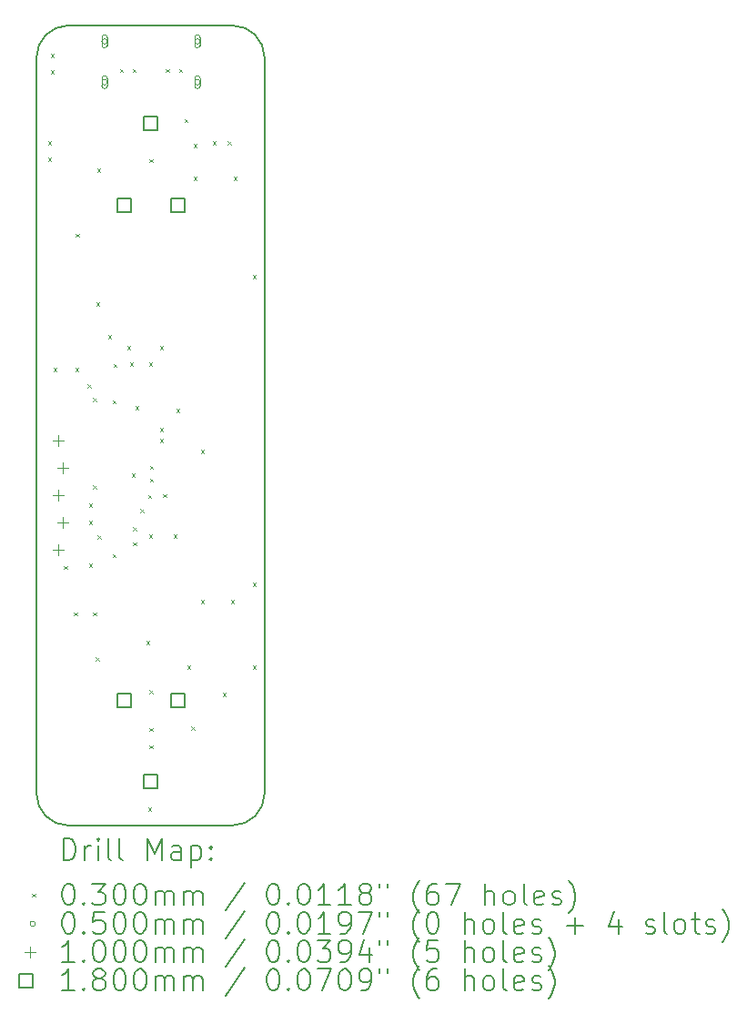
<source format=gbr>
%TF.GenerationSoftware,KiCad,Pcbnew,9.0.7*%
%TF.CreationDate,2026-02-15T22:37:47-05:00*%
%TF.ProjectId,Photon,50686f74-6f6e-42e6-9b69-6361645f7063,1.4*%
%TF.SameCoordinates,Original*%
%TF.FileFunction,Drillmap*%
%TF.FilePolarity,Positive*%
%FSLAX45Y45*%
G04 Gerber Fmt 4.5, Leading zero omitted, Abs format (unit mm)*
G04 Created by KiCad (PCBNEW 9.0.7) date 2026-02-15 22:37:47*
%MOMM*%
%LPD*%
G01*
G04 APERTURE LIST*
%ADD10C,0.200000*%
%ADD11C,0.100000*%
%ADD12C,0.180000*%
G04 APERTURE END LIST*
D10*
X3876700Y-9498400D02*
X3876700Y-2656200D01*
X5700700Y-2356200D02*
G75*
G02*
X6000700Y-2656200I0J-300000D01*
G01*
X6000700Y-9498400D02*
G75*
G02*
X5700700Y-9798400I-300000J0D01*
G01*
X4176700Y-2356200D02*
X5700700Y-2356200D01*
X4176700Y-9798400D02*
G75*
G02*
X3876700Y-9498400I0J300000D01*
G01*
X6000700Y-2656200D02*
X6000700Y-9498400D01*
X3876700Y-2656200D02*
G75*
G02*
X4176700Y-2356200I300000J0D01*
G01*
X5700700Y-9798400D02*
X4176700Y-9798400D01*
D11*
X3983900Y-3433400D02*
X4013900Y-3463400D01*
X4013900Y-3433400D02*
X3983900Y-3463400D01*
X3983900Y-3585800D02*
X4013900Y-3615800D01*
X4013900Y-3585800D02*
X3983900Y-3615800D01*
X4009300Y-2620600D02*
X4039300Y-2650600D01*
X4039300Y-2620600D02*
X4009300Y-2650600D01*
X4009300Y-2773000D02*
X4039300Y-2803000D01*
X4039300Y-2773000D02*
X4009300Y-2803000D01*
X4034700Y-5541600D02*
X4064700Y-5571600D01*
X4064700Y-5541600D02*
X4034700Y-5571600D01*
X4135000Y-7382500D02*
X4165000Y-7412500D01*
X4165000Y-7382500D02*
X4135000Y-7412500D01*
X4224100Y-7814900D02*
X4254100Y-7844900D01*
X4254100Y-7814900D02*
X4224100Y-7844900D01*
X4237760Y-5541460D02*
X4267760Y-5571460D01*
X4267760Y-5541460D02*
X4237760Y-5571460D01*
X4245000Y-4292500D02*
X4275000Y-4322500D01*
X4275000Y-4292500D02*
X4245000Y-4322500D01*
X4353300Y-5694000D02*
X4383300Y-5724000D01*
X4383300Y-5694000D02*
X4353300Y-5724000D01*
X4364900Y-6964000D02*
X4394900Y-6994000D01*
X4394900Y-6964000D02*
X4364900Y-6994000D01*
X4365000Y-6802500D02*
X4395000Y-6832500D01*
X4395000Y-6802500D02*
X4365000Y-6832500D01*
X4365000Y-7362500D02*
X4395000Y-7392500D01*
X4395000Y-7362500D02*
X4365000Y-7392500D01*
X4404412Y-7814900D02*
X4434412Y-7844900D01*
X4434412Y-7814900D02*
X4404412Y-7844900D01*
X4405000Y-5822500D02*
X4435000Y-5852500D01*
X4435000Y-5822500D02*
X4405000Y-5852500D01*
X4405000Y-6632500D02*
X4435000Y-6662500D01*
X4435000Y-6632500D02*
X4405000Y-6662500D01*
X4429750Y-8234000D02*
X4459750Y-8264000D01*
X4459750Y-8234000D02*
X4429750Y-8264000D01*
X4435000Y-4932500D02*
X4465000Y-4962500D01*
X4465000Y-4932500D02*
X4435000Y-4962500D01*
X4441100Y-3687400D02*
X4471100Y-3717400D01*
X4471100Y-3687400D02*
X4441100Y-3717400D01*
X4445000Y-7102500D02*
X4475000Y-7132500D01*
X4475000Y-7102500D02*
X4445000Y-7132500D01*
X4542700Y-5236521D02*
X4572700Y-5266521D01*
X4572700Y-5236521D02*
X4542700Y-5266521D01*
X4585000Y-5842500D02*
X4615000Y-5872500D01*
X4615000Y-5842500D02*
X4585000Y-5872500D01*
X4585000Y-7272500D02*
X4615000Y-7302500D01*
X4615000Y-7272500D02*
X4585000Y-7302500D01*
X4594262Y-5505762D02*
X4624262Y-5535762D01*
X4624262Y-5505762D02*
X4594262Y-5535762D01*
X4653380Y-2761800D02*
X4683380Y-2791800D01*
X4683380Y-2761800D02*
X4653380Y-2791800D01*
X4720500Y-5338400D02*
X4750500Y-5368400D01*
X4750500Y-5338400D02*
X4720500Y-5368400D01*
X4745000Y-5492500D02*
X4775000Y-5522500D01*
X4775000Y-5492500D02*
X4745000Y-5522500D01*
X4765000Y-6523462D02*
X4795000Y-6553462D01*
X4795000Y-6523462D02*
X4765000Y-6553462D01*
X4771300Y-2761800D02*
X4801300Y-2791800D01*
X4801300Y-2761800D02*
X4771300Y-2791800D01*
X4775000Y-7022500D02*
X4805000Y-7052500D01*
X4805000Y-7022500D02*
X4775000Y-7052500D01*
X4775000Y-7162500D02*
X4805000Y-7192500D01*
X4805000Y-7162500D02*
X4775000Y-7192500D01*
X4796700Y-5897200D02*
X4826700Y-5927200D01*
X4826700Y-5897200D02*
X4796700Y-5927200D01*
X4845000Y-6852500D02*
X4875000Y-6882500D01*
X4875000Y-6852500D02*
X4845000Y-6882500D01*
X4898300Y-8081600D02*
X4928300Y-8111600D01*
X4928300Y-8081600D02*
X4898300Y-8111600D01*
X4915000Y-6722500D02*
X4945000Y-6752500D01*
X4945000Y-6722500D02*
X4915000Y-6752500D01*
X4915000Y-9632500D02*
X4945000Y-9662500D01*
X4945000Y-9632500D02*
X4915000Y-9662500D01*
X4925000Y-5490715D02*
X4955000Y-5520715D01*
X4955000Y-5490715D02*
X4925000Y-5520715D01*
X4925000Y-7092500D02*
X4955000Y-7122500D01*
X4955000Y-7092500D02*
X4925000Y-7122500D01*
X4928380Y-3600640D02*
X4958380Y-3630640D01*
X4958380Y-3600640D02*
X4928380Y-3630640D01*
X4928380Y-8538800D02*
X4958380Y-8568800D01*
X4958380Y-8538800D02*
X4928380Y-8568800D01*
X4928380Y-8890600D02*
X4958380Y-8920600D01*
X4958380Y-8890600D02*
X4928380Y-8920600D01*
X4928380Y-9050600D02*
X4958380Y-9080600D01*
X4958380Y-9050600D02*
X4928380Y-9080600D01*
X4935000Y-6452500D02*
X4965000Y-6482500D01*
X4965000Y-6452500D02*
X4935000Y-6482500D01*
X4935000Y-6572500D02*
X4965000Y-6602500D01*
X4965000Y-6572500D02*
X4935000Y-6602500D01*
X5025300Y-5338400D02*
X5055300Y-5368400D01*
X5055300Y-5338400D02*
X5025300Y-5368400D01*
X5025300Y-6100400D02*
X5055300Y-6130400D01*
X5055300Y-6100400D02*
X5025300Y-6130400D01*
X5025300Y-6202000D02*
X5055300Y-6232000D01*
X5055300Y-6202000D02*
X5025300Y-6232000D01*
X5055000Y-6715000D02*
X5085000Y-6745000D01*
X5085000Y-6715000D02*
X5055000Y-6745000D01*
X5080380Y-2761800D02*
X5110380Y-2791800D01*
X5110380Y-2761800D02*
X5080380Y-2791800D01*
X5155000Y-7092500D02*
X5185000Y-7122500D01*
X5185000Y-7092500D02*
X5155000Y-7122500D01*
X5177700Y-5922600D02*
X5207700Y-5952600D01*
X5207700Y-5922600D02*
X5177700Y-5952600D01*
X5203100Y-2761800D02*
X5233100Y-2791800D01*
X5233100Y-2761800D02*
X5203100Y-2791800D01*
X5255880Y-3225140D02*
X5285880Y-3255140D01*
X5285880Y-3225140D02*
X5255880Y-3255140D01*
X5279300Y-8310200D02*
X5309300Y-8340200D01*
X5309300Y-8310200D02*
X5279300Y-8340200D01*
X5316850Y-8877880D02*
X5346850Y-8907880D01*
X5346850Y-8877880D02*
X5316850Y-8907880D01*
X5340260Y-3458800D02*
X5370260Y-3488800D01*
X5370260Y-3458800D02*
X5340260Y-3488800D01*
X5340260Y-3763600D02*
X5370260Y-3793600D01*
X5370260Y-3763600D02*
X5340260Y-3793600D01*
X5406300Y-6303600D02*
X5436300Y-6333600D01*
X5436300Y-6303600D02*
X5406300Y-6333600D01*
X5406300Y-7700600D02*
X5436300Y-7730600D01*
X5436300Y-7700600D02*
X5406300Y-7730600D01*
X5518435Y-3436266D02*
X5548435Y-3466266D01*
X5548435Y-3436266D02*
X5518435Y-3466266D01*
X5609500Y-8564200D02*
X5639500Y-8594200D01*
X5639500Y-8564200D02*
X5609500Y-8594200D01*
X5657434Y-3436266D02*
X5687434Y-3466266D01*
X5687434Y-3436266D02*
X5657434Y-3466266D01*
X5685700Y-7700600D02*
X5715700Y-7730600D01*
X5715700Y-7700600D02*
X5685700Y-7730600D01*
X5711100Y-3763600D02*
X5741100Y-3793600D01*
X5741100Y-3763600D02*
X5711100Y-3793600D01*
X5888900Y-4678000D02*
X5918900Y-4708000D01*
X5918900Y-4678000D02*
X5888900Y-4708000D01*
X5888900Y-7542500D02*
X5918900Y-7572500D01*
X5918900Y-7542500D02*
X5888900Y-7572500D01*
X5888900Y-8310200D02*
X5918900Y-8340200D01*
X5918900Y-8310200D02*
X5888900Y-8340200D01*
X4536380Y-2504800D02*
G75*
G02*
X4486380Y-2504800I-25000J0D01*
G01*
X4486380Y-2504800D02*
G75*
G02*
X4536380Y-2504800I25000J0D01*
G01*
X4536380Y-2539800D02*
X4536380Y-2469800D01*
X4486380Y-2469800D02*
G75*
G02*
X4536380Y-2469800I25000J0D01*
G01*
X4486380Y-2469800D02*
X4486380Y-2539800D01*
X4486380Y-2539800D02*
G75*
G03*
X4536380Y-2539800I25000J0D01*
G01*
X4536380Y-2884800D02*
G75*
G02*
X4486380Y-2884800I-25000J0D01*
G01*
X4486380Y-2884800D02*
G75*
G02*
X4536380Y-2884800I25000J0D01*
G01*
X4536380Y-2919800D02*
X4536380Y-2849800D01*
X4486380Y-2849800D02*
G75*
G02*
X4536380Y-2849800I25000J0D01*
G01*
X4486380Y-2849800D02*
X4486380Y-2919800D01*
X4486380Y-2919800D02*
G75*
G03*
X4536380Y-2919800I25000J0D01*
G01*
X5400380Y-2504800D02*
G75*
G02*
X5350380Y-2504800I-25000J0D01*
G01*
X5350380Y-2504800D02*
G75*
G02*
X5400380Y-2504800I25000J0D01*
G01*
X5400380Y-2539800D02*
X5400380Y-2469800D01*
X5350380Y-2469800D02*
G75*
G02*
X5400380Y-2469800I25000J0D01*
G01*
X5350380Y-2469800D02*
X5350380Y-2539800D01*
X5350380Y-2539800D02*
G75*
G03*
X5400380Y-2539800I25000J0D01*
G01*
X5400380Y-2884800D02*
G75*
G02*
X5350380Y-2884800I-25000J0D01*
G01*
X5350380Y-2884800D02*
G75*
G02*
X5400380Y-2884800I25000J0D01*
G01*
X5400380Y-2919800D02*
X5400380Y-2849800D01*
X5350380Y-2849800D02*
G75*
G02*
X5400380Y-2849800I25000J0D01*
G01*
X5350380Y-2849800D02*
X5350380Y-2919800D01*
X5350380Y-2919800D02*
G75*
G03*
X5400380Y-2919800I25000J0D01*
G01*
X4080500Y-6167000D02*
X4080500Y-6267000D01*
X4030500Y-6217000D02*
X4130500Y-6217000D01*
X4080500Y-6675000D02*
X4080500Y-6775000D01*
X4030500Y-6725000D02*
X4130500Y-6725000D01*
X4080500Y-7183000D02*
X4080500Y-7283000D01*
X4030500Y-7233000D02*
X4130500Y-7233000D01*
X4120500Y-6421000D02*
X4120500Y-6521000D01*
X4070500Y-6471000D02*
X4170500Y-6471000D01*
X4120500Y-6929000D02*
X4120500Y-7029000D01*
X4070500Y-6979000D02*
X4170500Y-6979000D01*
D12*
X4757020Y-4094640D02*
X4757020Y-3967360D01*
X4629740Y-3967360D01*
X4629740Y-4094640D01*
X4757020Y-4094640D01*
X4757020Y-8694640D02*
X4757020Y-8567360D01*
X4629740Y-8567360D01*
X4629740Y-8694640D01*
X4757020Y-8694640D01*
X5007020Y-3334640D02*
X5007020Y-3207360D01*
X4879740Y-3207360D01*
X4879740Y-3334640D01*
X5007020Y-3334640D01*
X5007020Y-9454640D02*
X5007020Y-9327360D01*
X4879740Y-9327360D01*
X4879740Y-9454640D01*
X5007020Y-9454640D01*
X5257020Y-4094640D02*
X5257020Y-3967360D01*
X5129740Y-3967360D01*
X5129740Y-4094640D01*
X5257020Y-4094640D01*
X5257020Y-8694640D02*
X5257020Y-8567360D01*
X5129740Y-8567360D01*
X5129740Y-8694640D01*
X5257020Y-8694640D01*
D10*
X4127477Y-10119884D02*
X4127477Y-9919884D01*
X4127477Y-9919884D02*
X4175096Y-9919884D01*
X4175096Y-9919884D02*
X4203667Y-9929408D01*
X4203667Y-9929408D02*
X4222715Y-9948455D01*
X4222715Y-9948455D02*
X4232239Y-9967503D01*
X4232239Y-9967503D02*
X4241763Y-10005598D01*
X4241763Y-10005598D02*
X4241763Y-10034169D01*
X4241763Y-10034169D02*
X4232239Y-10072265D01*
X4232239Y-10072265D02*
X4222715Y-10091312D01*
X4222715Y-10091312D02*
X4203667Y-10110360D01*
X4203667Y-10110360D02*
X4175096Y-10119884D01*
X4175096Y-10119884D02*
X4127477Y-10119884D01*
X4327477Y-10119884D02*
X4327477Y-9986550D01*
X4327477Y-10024646D02*
X4337001Y-10005598D01*
X4337001Y-10005598D02*
X4346524Y-9996074D01*
X4346524Y-9996074D02*
X4365572Y-9986550D01*
X4365572Y-9986550D02*
X4384620Y-9986550D01*
X4451286Y-10119884D02*
X4451286Y-9986550D01*
X4451286Y-9919884D02*
X4441763Y-9929408D01*
X4441763Y-9929408D02*
X4451286Y-9938931D01*
X4451286Y-9938931D02*
X4460810Y-9929408D01*
X4460810Y-9929408D02*
X4451286Y-9919884D01*
X4451286Y-9919884D02*
X4451286Y-9938931D01*
X4575096Y-10119884D02*
X4556048Y-10110360D01*
X4556048Y-10110360D02*
X4546524Y-10091312D01*
X4546524Y-10091312D02*
X4546524Y-9919884D01*
X4679858Y-10119884D02*
X4660810Y-10110360D01*
X4660810Y-10110360D02*
X4651286Y-10091312D01*
X4651286Y-10091312D02*
X4651286Y-9919884D01*
X4908429Y-10119884D02*
X4908429Y-9919884D01*
X4908429Y-9919884D02*
X4975096Y-10062741D01*
X4975096Y-10062741D02*
X5041763Y-9919884D01*
X5041763Y-9919884D02*
X5041763Y-10119884D01*
X5222715Y-10119884D02*
X5222715Y-10015122D01*
X5222715Y-10015122D02*
X5213191Y-9996074D01*
X5213191Y-9996074D02*
X5194144Y-9986550D01*
X5194144Y-9986550D02*
X5156048Y-9986550D01*
X5156048Y-9986550D02*
X5137001Y-9996074D01*
X5222715Y-10110360D02*
X5203667Y-10119884D01*
X5203667Y-10119884D02*
X5156048Y-10119884D01*
X5156048Y-10119884D02*
X5137001Y-10110360D01*
X5137001Y-10110360D02*
X5127477Y-10091312D01*
X5127477Y-10091312D02*
X5127477Y-10072265D01*
X5127477Y-10072265D02*
X5137001Y-10053217D01*
X5137001Y-10053217D02*
X5156048Y-10043693D01*
X5156048Y-10043693D02*
X5203667Y-10043693D01*
X5203667Y-10043693D02*
X5222715Y-10034169D01*
X5317953Y-9986550D02*
X5317953Y-10186550D01*
X5317953Y-9996074D02*
X5337001Y-9986550D01*
X5337001Y-9986550D02*
X5375096Y-9986550D01*
X5375096Y-9986550D02*
X5394144Y-9996074D01*
X5394144Y-9996074D02*
X5403667Y-10005598D01*
X5403667Y-10005598D02*
X5413191Y-10024646D01*
X5413191Y-10024646D02*
X5413191Y-10081788D01*
X5413191Y-10081788D02*
X5403667Y-10100836D01*
X5403667Y-10100836D02*
X5394144Y-10110360D01*
X5394144Y-10110360D02*
X5375096Y-10119884D01*
X5375096Y-10119884D02*
X5337001Y-10119884D01*
X5337001Y-10119884D02*
X5317953Y-10110360D01*
X5498905Y-10100836D02*
X5508429Y-10110360D01*
X5508429Y-10110360D02*
X5498905Y-10119884D01*
X5498905Y-10119884D02*
X5489382Y-10110360D01*
X5489382Y-10110360D02*
X5498905Y-10100836D01*
X5498905Y-10100836D02*
X5498905Y-10119884D01*
X5498905Y-9996074D02*
X5508429Y-10005598D01*
X5508429Y-10005598D02*
X5498905Y-10015122D01*
X5498905Y-10015122D02*
X5489382Y-10005598D01*
X5489382Y-10005598D02*
X5498905Y-9996074D01*
X5498905Y-9996074D02*
X5498905Y-10015122D01*
D11*
X3836700Y-10433400D02*
X3866700Y-10463400D01*
X3866700Y-10433400D02*
X3836700Y-10463400D01*
D10*
X4165572Y-10339884D02*
X4184620Y-10339884D01*
X4184620Y-10339884D02*
X4203667Y-10349408D01*
X4203667Y-10349408D02*
X4213191Y-10358931D01*
X4213191Y-10358931D02*
X4222715Y-10377979D01*
X4222715Y-10377979D02*
X4232239Y-10416074D01*
X4232239Y-10416074D02*
X4232239Y-10463693D01*
X4232239Y-10463693D02*
X4222715Y-10501788D01*
X4222715Y-10501788D02*
X4213191Y-10520836D01*
X4213191Y-10520836D02*
X4203667Y-10530360D01*
X4203667Y-10530360D02*
X4184620Y-10539884D01*
X4184620Y-10539884D02*
X4165572Y-10539884D01*
X4165572Y-10539884D02*
X4146524Y-10530360D01*
X4146524Y-10530360D02*
X4137001Y-10520836D01*
X4137001Y-10520836D02*
X4127477Y-10501788D01*
X4127477Y-10501788D02*
X4117953Y-10463693D01*
X4117953Y-10463693D02*
X4117953Y-10416074D01*
X4117953Y-10416074D02*
X4127477Y-10377979D01*
X4127477Y-10377979D02*
X4137001Y-10358931D01*
X4137001Y-10358931D02*
X4146524Y-10349408D01*
X4146524Y-10349408D02*
X4165572Y-10339884D01*
X4317953Y-10520836D02*
X4327477Y-10530360D01*
X4327477Y-10530360D02*
X4317953Y-10539884D01*
X4317953Y-10539884D02*
X4308429Y-10530360D01*
X4308429Y-10530360D02*
X4317953Y-10520836D01*
X4317953Y-10520836D02*
X4317953Y-10539884D01*
X4394144Y-10339884D02*
X4517953Y-10339884D01*
X4517953Y-10339884D02*
X4451286Y-10416074D01*
X4451286Y-10416074D02*
X4479858Y-10416074D01*
X4479858Y-10416074D02*
X4498905Y-10425598D01*
X4498905Y-10425598D02*
X4508429Y-10435122D01*
X4508429Y-10435122D02*
X4517953Y-10454169D01*
X4517953Y-10454169D02*
X4517953Y-10501788D01*
X4517953Y-10501788D02*
X4508429Y-10520836D01*
X4508429Y-10520836D02*
X4498905Y-10530360D01*
X4498905Y-10530360D02*
X4479858Y-10539884D01*
X4479858Y-10539884D02*
X4422715Y-10539884D01*
X4422715Y-10539884D02*
X4403667Y-10530360D01*
X4403667Y-10530360D02*
X4394144Y-10520836D01*
X4641763Y-10339884D02*
X4660810Y-10339884D01*
X4660810Y-10339884D02*
X4679858Y-10349408D01*
X4679858Y-10349408D02*
X4689382Y-10358931D01*
X4689382Y-10358931D02*
X4698905Y-10377979D01*
X4698905Y-10377979D02*
X4708429Y-10416074D01*
X4708429Y-10416074D02*
X4708429Y-10463693D01*
X4708429Y-10463693D02*
X4698905Y-10501788D01*
X4698905Y-10501788D02*
X4689382Y-10520836D01*
X4689382Y-10520836D02*
X4679858Y-10530360D01*
X4679858Y-10530360D02*
X4660810Y-10539884D01*
X4660810Y-10539884D02*
X4641763Y-10539884D01*
X4641763Y-10539884D02*
X4622715Y-10530360D01*
X4622715Y-10530360D02*
X4613191Y-10520836D01*
X4613191Y-10520836D02*
X4603667Y-10501788D01*
X4603667Y-10501788D02*
X4594144Y-10463693D01*
X4594144Y-10463693D02*
X4594144Y-10416074D01*
X4594144Y-10416074D02*
X4603667Y-10377979D01*
X4603667Y-10377979D02*
X4613191Y-10358931D01*
X4613191Y-10358931D02*
X4622715Y-10349408D01*
X4622715Y-10349408D02*
X4641763Y-10339884D01*
X4832239Y-10339884D02*
X4851286Y-10339884D01*
X4851286Y-10339884D02*
X4870334Y-10349408D01*
X4870334Y-10349408D02*
X4879858Y-10358931D01*
X4879858Y-10358931D02*
X4889382Y-10377979D01*
X4889382Y-10377979D02*
X4898905Y-10416074D01*
X4898905Y-10416074D02*
X4898905Y-10463693D01*
X4898905Y-10463693D02*
X4889382Y-10501788D01*
X4889382Y-10501788D02*
X4879858Y-10520836D01*
X4879858Y-10520836D02*
X4870334Y-10530360D01*
X4870334Y-10530360D02*
X4851286Y-10539884D01*
X4851286Y-10539884D02*
X4832239Y-10539884D01*
X4832239Y-10539884D02*
X4813191Y-10530360D01*
X4813191Y-10530360D02*
X4803667Y-10520836D01*
X4803667Y-10520836D02*
X4794144Y-10501788D01*
X4794144Y-10501788D02*
X4784620Y-10463693D01*
X4784620Y-10463693D02*
X4784620Y-10416074D01*
X4784620Y-10416074D02*
X4794144Y-10377979D01*
X4794144Y-10377979D02*
X4803667Y-10358931D01*
X4803667Y-10358931D02*
X4813191Y-10349408D01*
X4813191Y-10349408D02*
X4832239Y-10339884D01*
X4984620Y-10539884D02*
X4984620Y-10406550D01*
X4984620Y-10425598D02*
X4994144Y-10416074D01*
X4994144Y-10416074D02*
X5013191Y-10406550D01*
X5013191Y-10406550D02*
X5041763Y-10406550D01*
X5041763Y-10406550D02*
X5060810Y-10416074D01*
X5060810Y-10416074D02*
X5070334Y-10435122D01*
X5070334Y-10435122D02*
X5070334Y-10539884D01*
X5070334Y-10435122D02*
X5079858Y-10416074D01*
X5079858Y-10416074D02*
X5098905Y-10406550D01*
X5098905Y-10406550D02*
X5127477Y-10406550D01*
X5127477Y-10406550D02*
X5146525Y-10416074D01*
X5146525Y-10416074D02*
X5156048Y-10435122D01*
X5156048Y-10435122D02*
X5156048Y-10539884D01*
X5251286Y-10539884D02*
X5251286Y-10406550D01*
X5251286Y-10425598D02*
X5260810Y-10416074D01*
X5260810Y-10416074D02*
X5279858Y-10406550D01*
X5279858Y-10406550D02*
X5308429Y-10406550D01*
X5308429Y-10406550D02*
X5327477Y-10416074D01*
X5327477Y-10416074D02*
X5337001Y-10435122D01*
X5337001Y-10435122D02*
X5337001Y-10539884D01*
X5337001Y-10435122D02*
X5346525Y-10416074D01*
X5346525Y-10416074D02*
X5365572Y-10406550D01*
X5365572Y-10406550D02*
X5394144Y-10406550D01*
X5394144Y-10406550D02*
X5413191Y-10416074D01*
X5413191Y-10416074D02*
X5422715Y-10435122D01*
X5422715Y-10435122D02*
X5422715Y-10539884D01*
X5813191Y-10330360D02*
X5641763Y-10587503D01*
X6070334Y-10339884D02*
X6089382Y-10339884D01*
X6089382Y-10339884D02*
X6108429Y-10349408D01*
X6108429Y-10349408D02*
X6117953Y-10358931D01*
X6117953Y-10358931D02*
X6127477Y-10377979D01*
X6127477Y-10377979D02*
X6137001Y-10416074D01*
X6137001Y-10416074D02*
X6137001Y-10463693D01*
X6137001Y-10463693D02*
X6127477Y-10501788D01*
X6127477Y-10501788D02*
X6117953Y-10520836D01*
X6117953Y-10520836D02*
X6108429Y-10530360D01*
X6108429Y-10530360D02*
X6089382Y-10539884D01*
X6089382Y-10539884D02*
X6070334Y-10539884D01*
X6070334Y-10539884D02*
X6051286Y-10530360D01*
X6051286Y-10530360D02*
X6041763Y-10520836D01*
X6041763Y-10520836D02*
X6032239Y-10501788D01*
X6032239Y-10501788D02*
X6022715Y-10463693D01*
X6022715Y-10463693D02*
X6022715Y-10416074D01*
X6022715Y-10416074D02*
X6032239Y-10377979D01*
X6032239Y-10377979D02*
X6041763Y-10358931D01*
X6041763Y-10358931D02*
X6051286Y-10349408D01*
X6051286Y-10349408D02*
X6070334Y-10339884D01*
X6222715Y-10520836D02*
X6232239Y-10530360D01*
X6232239Y-10530360D02*
X6222715Y-10539884D01*
X6222715Y-10539884D02*
X6213191Y-10530360D01*
X6213191Y-10530360D02*
X6222715Y-10520836D01*
X6222715Y-10520836D02*
X6222715Y-10539884D01*
X6356048Y-10339884D02*
X6375096Y-10339884D01*
X6375096Y-10339884D02*
X6394144Y-10349408D01*
X6394144Y-10349408D02*
X6403667Y-10358931D01*
X6403667Y-10358931D02*
X6413191Y-10377979D01*
X6413191Y-10377979D02*
X6422715Y-10416074D01*
X6422715Y-10416074D02*
X6422715Y-10463693D01*
X6422715Y-10463693D02*
X6413191Y-10501788D01*
X6413191Y-10501788D02*
X6403667Y-10520836D01*
X6403667Y-10520836D02*
X6394144Y-10530360D01*
X6394144Y-10530360D02*
X6375096Y-10539884D01*
X6375096Y-10539884D02*
X6356048Y-10539884D01*
X6356048Y-10539884D02*
X6337001Y-10530360D01*
X6337001Y-10530360D02*
X6327477Y-10520836D01*
X6327477Y-10520836D02*
X6317953Y-10501788D01*
X6317953Y-10501788D02*
X6308429Y-10463693D01*
X6308429Y-10463693D02*
X6308429Y-10416074D01*
X6308429Y-10416074D02*
X6317953Y-10377979D01*
X6317953Y-10377979D02*
X6327477Y-10358931D01*
X6327477Y-10358931D02*
X6337001Y-10349408D01*
X6337001Y-10349408D02*
X6356048Y-10339884D01*
X6613191Y-10539884D02*
X6498906Y-10539884D01*
X6556048Y-10539884D02*
X6556048Y-10339884D01*
X6556048Y-10339884D02*
X6537001Y-10368455D01*
X6537001Y-10368455D02*
X6517953Y-10387503D01*
X6517953Y-10387503D02*
X6498906Y-10397027D01*
X6803667Y-10539884D02*
X6689382Y-10539884D01*
X6746525Y-10539884D02*
X6746525Y-10339884D01*
X6746525Y-10339884D02*
X6727477Y-10368455D01*
X6727477Y-10368455D02*
X6708429Y-10387503D01*
X6708429Y-10387503D02*
X6689382Y-10397027D01*
X6917953Y-10425598D02*
X6898906Y-10416074D01*
X6898906Y-10416074D02*
X6889382Y-10406550D01*
X6889382Y-10406550D02*
X6879858Y-10387503D01*
X6879858Y-10387503D02*
X6879858Y-10377979D01*
X6879858Y-10377979D02*
X6889382Y-10358931D01*
X6889382Y-10358931D02*
X6898906Y-10349408D01*
X6898906Y-10349408D02*
X6917953Y-10339884D01*
X6917953Y-10339884D02*
X6956048Y-10339884D01*
X6956048Y-10339884D02*
X6975096Y-10349408D01*
X6975096Y-10349408D02*
X6984620Y-10358931D01*
X6984620Y-10358931D02*
X6994144Y-10377979D01*
X6994144Y-10377979D02*
X6994144Y-10387503D01*
X6994144Y-10387503D02*
X6984620Y-10406550D01*
X6984620Y-10406550D02*
X6975096Y-10416074D01*
X6975096Y-10416074D02*
X6956048Y-10425598D01*
X6956048Y-10425598D02*
X6917953Y-10425598D01*
X6917953Y-10425598D02*
X6898906Y-10435122D01*
X6898906Y-10435122D02*
X6889382Y-10444646D01*
X6889382Y-10444646D02*
X6879858Y-10463693D01*
X6879858Y-10463693D02*
X6879858Y-10501788D01*
X6879858Y-10501788D02*
X6889382Y-10520836D01*
X6889382Y-10520836D02*
X6898906Y-10530360D01*
X6898906Y-10530360D02*
X6917953Y-10539884D01*
X6917953Y-10539884D02*
X6956048Y-10539884D01*
X6956048Y-10539884D02*
X6975096Y-10530360D01*
X6975096Y-10530360D02*
X6984620Y-10520836D01*
X6984620Y-10520836D02*
X6994144Y-10501788D01*
X6994144Y-10501788D02*
X6994144Y-10463693D01*
X6994144Y-10463693D02*
X6984620Y-10444646D01*
X6984620Y-10444646D02*
X6975096Y-10435122D01*
X6975096Y-10435122D02*
X6956048Y-10425598D01*
X7070334Y-10339884D02*
X7070334Y-10377979D01*
X7146525Y-10339884D02*
X7146525Y-10377979D01*
X7441763Y-10616074D02*
X7432239Y-10606550D01*
X7432239Y-10606550D02*
X7413191Y-10577979D01*
X7413191Y-10577979D02*
X7403668Y-10558931D01*
X7403668Y-10558931D02*
X7394144Y-10530360D01*
X7394144Y-10530360D02*
X7384620Y-10482741D01*
X7384620Y-10482741D02*
X7384620Y-10444646D01*
X7384620Y-10444646D02*
X7394144Y-10397027D01*
X7394144Y-10397027D02*
X7403668Y-10368455D01*
X7403668Y-10368455D02*
X7413191Y-10349408D01*
X7413191Y-10349408D02*
X7432239Y-10320836D01*
X7432239Y-10320836D02*
X7441763Y-10311312D01*
X7603668Y-10339884D02*
X7565572Y-10339884D01*
X7565572Y-10339884D02*
X7546525Y-10349408D01*
X7546525Y-10349408D02*
X7537001Y-10358931D01*
X7537001Y-10358931D02*
X7517953Y-10387503D01*
X7517953Y-10387503D02*
X7508429Y-10425598D01*
X7508429Y-10425598D02*
X7508429Y-10501788D01*
X7508429Y-10501788D02*
X7517953Y-10520836D01*
X7517953Y-10520836D02*
X7527477Y-10530360D01*
X7527477Y-10530360D02*
X7546525Y-10539884D01*
X7546525Y-10539884D02*
X7584620Y-10539884D01*
X7584620Y-10539884D02*
X7603668Y-10530360D01*
X7603668Y-10530360D02*
X7613191Y-10520836D01*
X7613191Y-10520836D02*
X7622715Y-10501788D01*
X7622715Y-10501788D02*
X7622715Y-10454169D01*
X7622715Y-10454169D02*
X7613191Y-10435122D01*
X7613191Y-10435122D02*
X7603668Y-10425598D01*
X7603668Y-10425598D02*
X7584620Y-10416074D01*
X7584620Y-10416074D02*
X7546525Y-10416074D01*
X7546525Y-10416074D02*
X7527477Y-10425598D01*
X7527477Y-10425598D02*
X7517953Y-10435122D01*
X7517953Y-10435122D02*
X7508429Y-10454169D01*
X7689382Y-10339884D02*
X7822715Y-10339884D01*
X7822715Y-10339884D02*
X7737001Y-10539884D01*
X8051287Y-10539884D02*
X8051287Y-10339884D01*
X8137001Y-10539884D02*
X8137001Y-10435122D01*
X8137001Y-10435122D02*
X8127477Y-10416074D01*
X8127477Y-10416074D02*
X8108430Y-10406550D01*
X8108430Y-10406550D02*
X8079858Y-10406550D01*
X8079858Y-10406550D02*
X8060810Y-10416074D01*
X8060810Y-10416074D02*
X8051287Y-10425598D01*
X8260810Y-10539884D02*
X8241763Y-10530360D01*
X8241763Y-10530360D02*
X8232239Y-10520836D01*
X8232239Y-10520836D02*
X8222715Y-10501788D01*
X8222715Y-10501788D02*
X8222715Y-10444646D01*
X8222715Y-10444646D02*
X8232239Y-10425598D01*
X8232239Y-10425598D02*
X8241763Y-10416074D01*
X8241763Y-10416074D02*
X8260810Y-10406550D01*
X8260810Y-10406550D02*
X8289382Y-10406550D01*
X8289382Y-10406550D02*
X8308430Y-10416074D01*
X8308430Y-10416074D02*
X8317953Y-10425598D01*
X8317953Y-10425598D02*
X8327477Y-10444646D01*
X8327477Y-10444646D02*
X8327477Y-10501788D01*
X8327477Y-10501788D02*
X8317953Y-10520836D01*
X8317953Y-10520836D02*
X8308430Y-10530360D01*
X8308430Y-10530360D02*
X8289382Y-10539884D01*
X8289382Y-10539884D02*
X8260810Y-10539884D01*
X8441763Y-10539884D02*
X8422715Y-10530360D01*
X8422715Y-10530360D02*
X8413192Y-10511312D01*
X8413192Y-10511312D02*
X8413192Y-10339884D01*
X8594144Y-10530360D02*
X8575096Y-10539884D01*
X8575096Y-10539884D02*
X8537001Y-10539884D01*
X8537001Y-10539884D02*
X8517953Y-10530360D01*
X8517953Y-10530360D02*
X8508430Y-10511312D01*
X8508430Y-10511312D02*
X8508430Y-10435122D01*
X8508430Y-10435122D02*
X8517953Y-10416074D01*
X8517953Y-10416074D02*
X8537001Y-10406550D01*
X8537001Y-10406550D02*
X8575096Y-10406550D01*
X8575096Y-10406550D02*
X8594144Y-10416074D01*
X8594144Y-10416074D02*
X8603668Y-10435122D01*
X8603668Y-10435122D02*
X8603668Y-10454169D01*
X8603668Y-10454169D02*
X8508430Y-10473217D01*
X8679858Y-10530360D02*
X8698906Y-10539884D01*
X8698906Y-10539884D02*
X8737001Y-10539884D01*
X8737001Y-10539884D02*
X8756049Y-10530360D01*
X8756049Y-10530360D02*
X8765573Y-10511312D01*
X8765573Y-10511312D02*
X8765573Y-10501788D01*
X8765573Y-10501788D02*
X8756049Y-10482741D01*
X8756049Y-10482741D02*
X8737001Y-10473217D01*
X8737001Y-10473217D02*
X8708430Y-10473217D01*
X8708430Y-10473217D02*
X8689382Y-10463693D01*
X8689382Y-10463693D02*
X8679858Y-10444646D01*
X8679858Y-10444646D02*
X8679858Y-10435122D01*
X8679858Y-10435122D02*
X8689382Y-10416074D01*
X8689382Y-10416074D02*
X8708430Y-10406550D01*
X8708430Y-10406550D02*
X8737001Y-10406550D01*
X8737001Y-10406550D02*
X8756049Y-10416074D01*
X8832239Y-10616074D02*
X8841763Y-10606550D01*
X8841763Y-10606550D02*
X8860811Y-10577979D01*
X8860811Y-10577979D02*
X8870334Y-10558931D01*
X8870334Y-10558931D02*
X8879858Y-10530360D01*
X8879858Y-10530360D02*
X8889382Y-10482741D01*
X8889382Y-10482741D02*
X8889382Y-10444646D01*
X8889382Y-10444646D02*
X8879858Y-10397027D01*
X8879858Y-10397027D02*
X8870334Y-10368455D01*
X8870334Y-10368455D02*
X8860811Y-10349408D01*
X8860811Y-10349408D02*
X8841763Y-10320836D01*
X8841763Y-10320836D02*
X8832239Y-10311312D01*
D11*
X3866700Y-10712400D02*
G75*
G02*
X3816700Y-10712400I-25000J0D01*
G01*
X3816700Y-10712400D02*
G75*
G02*
X3866700Y-10712400I25000J0D01*
G01*
D10*
X4165572Y-10603884D02*
X4184620Y-10603884D01*
X4184620Y-10603884D02*
X4203667Y-10613408D01*
X4203667Y-10613408D02*
X4213191Y-10622931D01*
X4213191Y-10622931D02*
X4222715Y-10641979D01*
X4222715Y-10641979D02*
X4232239Y-10680074D01*
X4232239Y-10680074D02*
X4232239Y-10727693D01*
X4232239Y-10727693D02*
X4222715Y-10765788D01*
X4222715Y-10765788D02*
X4213191Y-10784836D01*
X4213191Y-10784836D02*
X4203667Y-10794360D01*
X4203667Y-10794360D02*
X4184620Y-10803884D01*
X4184620Y-10803884D02*
X4165572Y-10803884D01*
X4165572Y-10803884D02*
X4146524Y-10794360D01*
X4146524Y-10794360D02*
X4137001Y-10784836D01*
X4137001Y-10784836D02*
X4127477Y-10765788D01*
X4127477Y-10765788D02*
X4117953Y-10727693D01*
X4117953Y-10727693D02*
X4117953Y-10680074D01*
X4117953Y-10680074D02*
X4127477Y-10641979D01*
X4127477Y-10641979D02*
X4137001Y-10622931D01*
X4137001Y-10622931D02*
X4146524Y-10613408D01*
X4146524Y-10613408D02*
X4165572Y-10603884D01*
X4317953Y-10784836D02*
X4327477Y-10794360D01*
X4327477Y-10794360D02*
X4317953Y-10803884D01*
X4317953Y-10803884D02*
X4308429Y-10794360D01*
X4308429Y-10794360D02*
X4317953Y-10784836D01*
X4317953Y-10784836D02*
X4317953Y-10803884D01*
X4508429Y-10603884D02*
X4413191Y-10603884D01*
X4413191Y-10603884D02*
X4403667Y-10699122D01*
X4403667Y-10699122D02*
X4413191Y-10689598D01*
X4413191Y-10689598D02*
X4432239Y-10680074D01*
X4432239Y-10680074D02*
X4479858Y-10680074D01*
X4479858Y-10680074D02*
X4498905Y-10689598D01*
X4498905Y-10689598D02*
X4508429Y-10699122D01*
X4508429Y-10699122D02*
X4517953Y-10718169D01*
X4517953Y-10718169D02*
X4517953Y-10765788D01*
X4517953Y-10765788D02*
X4508429Y-10784836D01*
X4508429Y-10784836D02*
X4498905Y-10794360D01*
X4498905Y-10794360D02*
X4479858Y-10803884D01*
X4479858Y-10803884D02*
X4432239Y-10803884D01*
X4432239Y-10803884D02*
X4413191Y-10794360D01*
X4413191Y-10794360D02*
X4403667Y-10784836D01*
X4641763Y-10603884D02*
X4660810Y-10603884D01*
X4660810Y-10603884D02*
X4679858Y-10613408D01*
X4679858Y-10613408D02*
X4689382Y-10622931D01*
X4689382Y-10622931D02*
X4698905Y-10641979D01*
X4698905Y-10641979D02*
X4708429Y-10680074D01*
X4708429Y-10680074D02*
X4708429Y-10727693D01*
X4708429Y-10727693D02*
X4698905Y-10765788D01*
X4698905Y-10765788D02*
X4689382Y-10784836D01*
X4689382Y-10784836D02*
X4679858Y-10794360D01*
X4679858Y-10794360D02*
X4660810Y-10803884D01*
X4660810Y-10803884D02*
X4641763Y-10803884D01*
X4641763Y-10803884D02*
X4622715Y-10794360D01*
X4622715Y-10794360D02*
X4613191Y-10784836D01*
X4613191Y-10784836D02*
X4603667Y-10765788D01*
X4603667Y-10765788D02*
X4594144Y-10727693D01*
X4594144Y-10727693D02*
X4594144Y-10680074D01*
X4594144Y-10680074D02*
X4603667Y-10641979D01*
X4603667Y-10641979D02*
X4613191Y-10622931D01*
X4613191Y-10622931D02*
X4622715Y-10613408D01*
X4622715Y-10613408D02*
X4641763Y-10603884D01*
X4832239Y-10603884D02*
X4851286Y-10603884D01*
X4851286Y-10603884D02*
X4870334Y-10613408D01*
X4870334Y-10613408D02*
X4879858Y-10622931D01*
X4879858Y-10622931D02*
X4889382Y-10641979D01*
X4889382Y-10641979D02*
X4898905Y-10680074D01*
X4898905Y-10680074D02*
X4898905Y-10727693D01*
X4898905Y-10727693D02*
X4889382Y-10765788D01*
X4889382Y-10765788D02*
X4879858Y-10784836D01*
X4879858Y-10784836D02*
X4870334Y-10794360D01*
X4870334Y-10794360D02*
X4851286Y-10803884D01*
X4851286Y-10803884D02*
X4832239Y-10803884D01*
X4832239Y-10803884D02*
X4813191Y-10794360D01*
X4813191Y-10794360D02*
X4803667Y-10784836D01*
X4803667Y-10784836D02*
X4794144Y-10765788D01*
X4794144Y-10765788D02*
X4784620Y-10727693D01*
X4784620Y-10727693D02*
X4784620Y-10680074D01*
X4784620Y-10680074D02*
X4794144Y-10641979D01*
X4794144Y-10641979D02*
X4803667Y-10622931D01*
X4803667Y-10622931D02*
X4813191Y-10613408D01*
X4813191Y-10613408D02*
X4832239Y-10603884D01*
X4984620Y-10803884D02*
X4984620Y-10670550D01*
X4984620Y-10689598D02*
X4994144Y-10680074D01*
X4994144Y-10680074D02*
X5013191Y-10670550D01*
X5013191Y-10670550D02*
X5041763Y-10670550D01*
X5041763Y-10670550D02*
X5060810Y-10680074D01*
X5060810Y-10680074D02*
X5070334Y-10699122D01*
X5070334Y-10699122D02*
X5070334Y-10803884D01*
X5070334Y-10699122D02*
X5079858Y-10680074D01*
X5079858Y-10680074D02*
X5098905Y-10670550D01*
X5098905Y-10670550D02*
X5127477Y-10670550D01*
X5127477Y-10670550D02*
X5146525Y-10680074D01*
X5146525Y-10680074D02*
X5156048Y-10699122D01*
X5156048Y-10699122D02*
X5156048Y-10803884D01*
X5251286Y-10803884D02*
X5251286Y-10670550D01*
X5251286Y-10689598D02*
X5260810Y-10680074D01*
X5260810Y-10680074D02*
X5279858Y-10670550D01*
X5279858Y-10670550D02*
X5308429Y-10670550D01*
X5308429Y-10670550D02*
X5327477Y-10680074D01*
X5327477Y-10680074D02*
X5337001Y-10699122D01*
X5337001Y-10699122D02*
X5337001Y-10803884D01*
X5337001Y-10699122D02*
X5346525Y-10680074D01*
X5346525Y-10680074D02*
X5365572Y-10670550D01*
X5365572Y-10670550D02*
X5394144Y-10670550D01*
X5394144Y-10670550D02*
X5413191Y-10680074D01*
X5413191Y-10680074D02*
X5422715Y-10699122D01*
X5422715Y-10699122D02*
X5422715Y-10803884D01*
X5813191Y-10594360D02*
X5641763Y-10851503D01*
X6070334Y-10603884D02*
X6089382Y-10603884D01*
X6089382Y-10603884D02*
X6108429Y-10613408D01*
X6108429Y-10613408D02*
X6117953Y-10622931D01*
X6117953Y-10622931D02*
X6127477Y-10641979D01*
X6127477Y-10641979D02*
X6137001Y-10680074D01*
X6137001Y-10680074D02*
X6137001Y-10727693D01*
X6137001Y-10727693D02*
X6127477Y-10765788D01*
X6127477Y-10765788D02*
X6117953Y-10784836D01*
X6117953Y-10784836D02*
X6108429Y-10794360D01*
X6108429Y-10794360D02*
X6089382Y-10803884D01*
X6089382Y-10803884D02*
X6070334Y-10803884D01*
X6070334Y-10803884D02*
X6051286Y-10794360D01*
X6051286Y-10794360D02*
X6041763Y-10784836D01*
X6041763Y-10784836D02*
X6032239Y-10765788D01*
X6032239Y-10765788D02*
X6022715Y-10727693D01*
X6022715Y-10727693D02*
X6022715Y-10680074D01*
X6022715Y-10680074D02*
X6032239Y-10641979D01*
X6032239Y-10641979D02*
X6041763Y-10622931D01*
X6041763Y-10622931D02*
X6051286Y-10613408D01*
X6051286Y-10613408D02*
X6070334Y-10603884D01*
X6222715Y-10784836D02*
X6232239Y-10794360D01*
X6232239Y-10794360D02*
X6222715Y-10803884D01*
X6222715Y-10803884D02*
X6213191Y-10794360D01*
X6213191Y-10794360D02*
X6222715Y-10784836D01*
X6222715Y-10784836D02*
X6222715Y-10803884D01*
X6356048Y-10603884D02*
X6375096Y-10603884D01*
X6375096Y-10603884D02*
X6394144Y-10613408D01*
X6394144Y-10613408D02*
X6403667Y-10622931D01*
X6403667Y-10622931D02*
X6413191Y-10641979D01*
X6413191Y-10641979D02*
X6422715Y-10680074D01*
X6422715Y-10680074D02*
X6422715Y-10727693D01*
X6422715Y-10727693D02*
X6413191Y-10765788D01*
X6413191Y-10765788D02*
X6403667Y-10784836D01*
X6403667Y-10784836D02*
X6394144Y-10794360D01*
X6394144Y-10794360D02*
X6375096Y-10803884D01*
X6375096Y-10803884D02*
X6356048Y-10803884D01*
X6356048Y-10803884D02*
X6337001Y-10794360D01*
X6337001Y-10794360D02*
X6327477Y-10784836D01*
X6327477Y-10784836D02*
X6317953Y-10765788D01*
X6317953Y-10765788D02*
X6308429Y-10727693D01*
X6308429Y-10727693D02*
X6308429Y-10680074D01*
X6308429Y-10680074D02*
X6317953Y-10641979D01*
X6317953Y-10641979D02*
X6327477Y-10622931D01*
X6327477Y-10622931D02*
X6337001Y-10613408D01*
X6337001Y-10613408D02*
X6356048Y-10603884D01*
X6613191Y-10803884D02*
X6498906Y-10803884D01*
X6556048Y-10803884D02*
X6556048Y-10603884D01*
X6556048Y-10603884D02*
X6537001Y-10632455D01*
X6537001Y-10632455D02*
X6517953Y-10651503D01*
X6517953Y-10651503D02*
X6498906Y-10661027D01*
X6708429Y-10803884D02*
X6746525Y-10803884D01*
X6746525Y-10803884D02*
X6765572Y-10794360D01*
X6765572Y-10794360D02*
X6775096Y-10784836D01*
X6775096Y-10784836D02*
X6794144Y-10756265D01*
X6794144Y-10756265D02*
X6803667Y-10718169D01*
X6803667Y-10718169D02*
X6803667Y-10641979D01*
X6803667Y-10641979D02*
X6794144Y-10622931D01*
X6794144Y-10622931D02*
X6784620Y-10613408D01*
X6784620Y-10613408D02*
X6765572Y-10603884D01*
X6765572Y-10603884D02*
X6727477Y-10603884D01*
X6727477Y-10603884D02*
X6708429Y-10613408D01*
X6708429Y-10613408D02*
X6698906Y-10622931D01*
X6698906Y-10622931D02*
X6689382Y-10641979D01*
X6689382Y-10641979D02*
X6689382Y-10689598D01*
X6689382Y-10689598D02*
X6698906Y-10708646D01*
X6698906Y-10708646D02*
X6708429Y-10718169D01*
X6708429Y-10718169D02*
X6727477Y-10727693D01*
X6727477Y-10727693D02*
X6765572Y-10727693D01*
X6765572Y-10727693D02*
X6784620Y-10718169D01*
X6784620Y-10718169D02*
X6794144Y-10708646D01*
X6794144Y-10708646D02*
X6803667Y-10689598D01*
X6870334Y-10603884D02*
X7003667Y-10603884D01*
X7003667Y-10603884D02*
X6917953Y-10803884D01*
X7070334Y-10603884D02*
X7070334Y-10641979D01*
X7146525Y-10603884D02*
X7146525Y-10641979D01*
X7441763Y-10880074D02*
X7432239Y-10870550D01*
X7432239Y-10870550D02*
X7413191Y-10841979D01*
X7413191Y-10841979D02*
X7403668Y-10822931D01*
X7403668Y-10822931D02*
X7394144Y-10794360D01*
X7394144Y-10794360D02*
X7384620Y-10746741D01*
X7384620Y-10746741D02*
X7384620Y-10708646D01*
X7384620Y-10708646D02*
X7394144Y-10661027D01*
X7394144Y-10661027D02*
X7403668Y-10632455D01*
X7403668Y-10632455D02*
X7413191Y-10613408D01*
X7413191Y-10613408D02*
X7432239Y-10584836D01*
X7432239Y-10584836D02*
X7441763Y-10575312D01*
X7556048Y-10603884D02*
X7575096Y-10603884D01*
X7575096Y-10603884D02*
X7594144Y-10613408D01*
X7594144Y-10613408D02*
X7603668Y-10622931D01*
X7603668Y-10622931D02*
X7613191Y-10641979D01*
X7613191Y-10641979D02*
X7622715Y-10680074D01*
X7622715Y-10680074D02*
X7622715Y-10727693D01*
X7622715Y-10727693D02*
X7613191Y-10765788D01*
X7613191Y-10765788D02*
X7603668Y-10784836D01*
X7603668Y-10784836D02*
X7594144Y-10794360D01*
X7594144Y-10794360D02*
X7575096Y-10803884D01*
X7575096Y-10803884D02*
X7556048Y-10803884D01*
X7556048Y-10803884D02*
X7537001Y-10794360D01*
X7537001Y-10794360D02*
X7527477Y-10784836D01*
X7527477Y-10784836D02*
X7517953Y-10765788D01*
X7517953Y-10765788D02*
X7508429Y-10727693D01*
X7508429Y-10727693D02*
X7508429Y-10680074D01*
X7508429Y-10680074D02*
X7517953Y-10641979D01*
X7517953Y-10641979D02*
X7527477Y-10622931D01*
X7527477Y-10622931D02*
X7537001Y-10613408D01*
X7537001Y-10613408D02*
X7556048Y-10603884D01*
X7860810Y-10803884D02*
X7860810Y-10603884D01*
X7946525Y-10803884D02*
X7946525Y-10699122D01*
X7946525Y-10699122D02*
X7937001Y-10680074D01*
X7937001Y-10680074D02*
X7917953Y-10670550D01*
X7917953Y-10670550D02*
X7889382Y-10670550D01*
X7889382Y-10670550D02*
X7870334Y-10680074D01*
X7870334Y-10680074D02*
X7860810Y-10689598D01*
X8070334Y-10803884D02*
X8051287Y-10794360D01*
X8051287Y-10794360D02*
X8041763Y-10784836D01*
X8041763Y-10784836D02*
X8032239Y-10765788D01*
X8032239Y-10765788D02*
X8032239Y-10708646D01*
X8032239Y-10708646D02*
X8041763Y-10689598D01*
X8041763Y-10689598D02*
X8051287Y-10680074D01*
X8051287Y-10680074D02*
X8070334Y-10670550D01*
X8070334Y-10670550D02*
X8098906Y-10670550D01*
X8098906Y-10670550D02*
X8117953Y-10680074D01*
X8117953Y-10680074D02*
X8127477Y-10689598D01*
X8127477Y-10689598D02*
X8137001Y-10708646D01*
X8137001Y-10708646D02*
X8137001Y-10765788D01*
X8137001Y-10765788D02*
X8127477Y-10784836D01*
X8127477Y-10784836D02*
X8117953Y-10794360D01*
X8117953Y-10794360D02*
X8098906Y-10803884D01*
X8098906Y-10803884D02*
X8070334Y-10803884D01*
X8251287Y-10803884D02*
X8232239Y-10794360D01*
X8232239Y-10794360D02*
X8222715Y-10775312D01*
X8222715Y-10775312D02*
X8222715Y-10603884D01*
X8403668Y-10794360D02*
X8384620Y-10803884D01*
X8384620Y-10803884D02*
X8346525Y-10803884D01*
X8346525Y-10803884D02*
X8327477Y-10794360D01*
X8327477Y-10794360D02*
X8317953Y-10775312D01*
X8317953Y-10775312D02*
X8317953Y-10699122D01*
X8317953Y-10699122D02*
X8327477Y-10680074D01*
X8327477Y-10680074D02*
X8346525Y-10670550D01*
X8346525Y-10670550D02*
X8384620Y-10670550D01*
X8384620Y-10670550D02*
X8403668Y-10680074D01*
X8403668Y-10680074D02*
X8413192Y-10699122D01*
X8413192Y-10699122D02*
X8413192Y-10718169D01*
X8413192Y-10718169D02*
X8317953Y-10737217D01*
X8489382Y-10794360D02*
X8508430Y-10803884D01*
X8508430Y-10803884D02*
X8546525Y-10803884D01*
X8546525Y-10803884D02*
X8565573Y-10794360D01*
X8565573Y-10794360D02*
X8575096Y-10775312D01*
X8575096Y-10775312D02*
X8575096Y-10765788D01*
X8575096Y-10765788D02*
X8565573Y-10746741D01*
X8565573Y-10746741D02*
X8546525Y-10737217D01*
X8546525Y-10737217D02*
X8517953Y-10737217D01*
X8517953Y-10737217D02*
X8498906Y-10727693D01*
X8498906Y-10727693D02*
X8489382Y-10708646D01*
X8489382Y-10708646D02*
X8489382Y-10699122D01*
X8489382Y-10699122D02*
X8498906Y-10680074D01*
X8498906Y-10680074D02*
X8517953Y-10670550D01*
X8517953Y-10670550D02*
X8546525Y-10670550D01*
X8546525Y-10670550D02*
X8565573Y-10680074D01*
X8813192Y-10727693D02*
X8965573Y-10727693D01*
X8889382Y-10803884D02*
X8889382Y-10651503D01*
X9298906Y-10670550D02*
X9298906Y-10803884D01*
X9251287Y-10594360D02*
X9203668Y-10737217D01*
X9203668Y-10737217D02*
X9327477Y-10737217D01*
X9546525Y-10794360D02*
X9565573Y-10803884D01*
X9565573Y-10803884D02*
X9603668Y-10803884D01*
X9603668Y-10803884D02*
X9622716Y-10794360D01*
X9622716Y-10794360D02*
X9632239Y-10775312D01*
X9632239Y-10775312D02*
X9632239Y-10765788D01*
X9632239Y-10765788D02*
X9622716Y-10746741D01*
X9622716Y-10746741D02*
X9603668Y-10737217D01*
X9603668Y-10737217D02*
X9575096Y-10737217D01*
X9575096Y-10737217D02*
X9556049Y-10727693D01*
X9556049Y-10727693D02*
X9546525Y-10708646D01*
X9546525Y-10708646D02*
X9546525Y-10699122D01*
X9546525Y-10699122D02*
X9556049Y-10680074D01*
X9556049Y-10680074D02*
X9575096Y-10670550D01*
X9575096Y-10670550D02*
X9603668Y-10670550D01*
X9603668Y-10670550D02*
X9622716Y-10680074D01*
X9746525Y-10803884D02*
X9727477Y-10794360D01*
X9727477Y-10794360D02*
X9717954Y-10775312D01*
X9717954Y-10775312D02*
X9717954Y-10603884D01*
X9851287Y-10803884D02*
X9832239Y-10794360D01*
X9832239Y-10794360D02*
X9822716Y-10784836D01*
X9822716Y-10784836D02*
X9813192Y-10765788D01*
X9813192Y-10765788D02*
X9813192Y-10708646D01*
X9813192Y-10708646D02*
X9822716Y-10689598D01*
X9822716Y-10689598D02*
X9832239Y-10680074D01*
X9832239Y-10680074D02*
X9851287Y-10670550D01*
X9851287Y-10670550D02*
X9879858Y-10670550D01*
X9879858Y-10670550D02*
X9898906Y-10680074D01*
X9898906Y-10680074D02*
X9908430Y-10689598D01*
X9908430Y-10689598D02*
X9917954Y-10708646D01*
X9917954Y-10708646D02*
X9917954Y-10765788D01*
X9917954Y-10765788D02*
X9908430Y-10784836D01*
X9908430Y-10784836D02*
X9898906Y-10794360D01*
X9898906Y-10794360D02*
X9879858Y-10803884D01*
X9879858Y-10803884D02*
X9851287Y-10803884D01*
X9975097Y-10670550D02*
X10051287Y-10670550D01*
X10003668Y-10603884D02*
X10003668Y-10775312D01*
X10003668Y-10775312D02*
X10013192Y-10794360D01*
X10013192Y-10794360D02*
X10032239Y-10803884D01*
X10032239Y-10803884D02*
X10051287Y-10803884D01*
X10108430Y-10794360D02*
X10127477Y-10803884D01*
X10127477Y-10803884D02*
X10165573Y-10803884D01*
X10165573Y-10803884D02*
X10184620Y-10794360D01*
X10184620Y-10794360D02*
X10194144Y-10775312D01*
X10194144Y-10775312D02*
X10194144Y-10765788D01*
X10194144Y-10765788D02*
X10184620Y-10746741D01*
X10184620Y-10746741D02*
X10165573Y-10737217D01*
X10165573Y-10737217D02*
X10137001Y-10737217D01*
X10137001Y-10737217D02*
X10117954Y-10727693D01*
X10117954Y-10727693D02*
X10108430Y-10708646D01*
X10108430Y-10708646D02*
X10108430Y-10699122D01*
X10108430Y-10699122D02*
X10117954Y-10680074D01*
X10117954Y-10680074D02*
X10137001Y-10670550D01*
X10137001Y-10670550D02*
X10165573Y-10670550D01*
X10165573Y-10670550D02*
X10184620Y-10680074D01*
X10260811Y-10880074D02*
X10270335Y-10870550D01*
X10270335Y-10870550D02*
X10289382Y-10841979D01*
X10289382Y-10841979D02*
X10298906Y-10822931D01*
X10298906Y-10822931D02*
X10308430Y-10794360D01*
X10308430Y-10794360D02*
X10317954Y-10746741D01*
X10317954Y-10746741D02*
X10317954Y-10708646D01*
X10317954Y-10708646D02*
X10308430Y-10661027D01*
X10308430Y-10661027D02*
X10298906Y-10632455D01*
X10298906Y-10632455D02*
X10289382Y-10613408D01*
X10289382Y-10613408D02*
X10270335Y-10584836D01*
X10270335Y-10584836D02*
X10260811Y-10575312D01*
D11*
X3816700Y-10926400D02*
X3816700Y-11026400D01*
X3766700Y-10976400D02*
X3866700Y-10976400D01*
D10*
X4232239Y-11067884D02*
X4117953Y-11067884D01*
X4175096Y-11067884D02*
X4175096Y-10867884D01*
X4175096Y-10867884D02*
X4156048Y-10896455D01*
X4156048Y-10896455D02*
X4137001Y-10915503D01*
X4137001Y-10915503D02*
X4117953Y-10925027D01*
X4317953Y-11048836D02*
X4327477Y-11058360D01*
X4327477Y-11058360D02*
X4317953Y-11067884D01*
X4317953Y-11067884D02*
X4308429Y-11058360D01*
X4308429Y-11058360D02*
X4317953Y-11048836D01*
X4317953Y-11048836D02*
X4317953Y-11067884D01*
X4451286Y-10867884D02*
X4470334Y-10867884D01*
X4470334Y-10867884D02*
X4489382Y-10877408D01*
X4489382Y-10877408D02*
X4498905Y-10886931D01*
X4498905Y-10886931D02*
X4508429Y-10905979D01*
X4508429Y-10905979D02*
X4517953Y-10944074D01*
X4517953Y-10944074D02*
X4517953Y-10991693D01*
X4517953Y-10991693D02*
X4508429Y-11029788D01*
X4508429Y-11029788D02*
X4498905Y-11048836D01*
X4498905Y-11048836D02*
X4489382Y-11058360D01*
X4489382Y-11058360D02*
X4470334Y-11067884D01*
X4470334Y-11067884D02*
X4451286Y-11067884D01*
X4451286Y-11067884D02*
X4432239Y-11058360D01*
X4432239Y-11058360D02*
X4422715Y-11048836D01*
X4422715Y-11048836D02*
X4413191Y-11029788D01*
X4413191Y-11029788D02*
X4403667Y-10991693D01*
X4403667Y-10991693D02*
X4403667Y-10944074D01*
X4403667Y-10944074D02*
X4413191Y-10905979D01*
X4413191Y-10905979D02*
X4422715Y-10886931D01*
X4422715Y-10886931D02*
X4432239Y-10877408D01*
X4432239Y-10877408D02*
X4451286Y-10867884D01*
X4641763Y-10867884D02*
X4660810Y-10867884D01*
X4660810Y-10867884D02*
X4679858Y-10877408D01*
X4679858Y-10877408D02*
X4689382Y-10886931D01*
X4689382Y-10886931D02*
X4698905Y-10905979D01*
X4698905Y-10905979D02*
X4708429Y-10944074D01*
X4708429Y-10944074D02*
X4708429Y-10991693D01*
X4708429Y-10991693D02*
X4698905Y-11029788D01*
X4698905Y-11029788D02*
X4689382Y-11048836D01*
X4689382Y-11048836D02*
X4679858Y-11058360D01*
X4679858Y-11058360D02*
X4660810Y-11067884D01*
X4660810Y-11067884D02*
X4641763Y-11067884D01*
X4641763Y-11067884D02*
X4622715Y-11058360D01*
X4622715Y-11058360D02*
X4613191Y-11048836D01*
X4613191Y-11048836D02*
X4603667Y-11029788D01*
X4603667Y-11029788D02*
X4594144Y-10991693D01*
X4594144Y-10991693D02*
X4594144Y-10944074D01*
X4594144Y-10944074D02*
X4603667Y-10905979D01*
X4603667Y-10905979D02*
X4613191Y-10886931D01*
X4613191Y-10886931D02*
X4622715Y-10877408D01*
X4622715Y-10877408D02*
X4641763Y-10867884D01*
X4832239Y-10867884D02*
X4851286Y-10867884D01*
X4851286Y-10867884D02*
X4870334Y-10877408D01*
X4870334Y-10877408D02*
X4879858Y-10886931D01*
X4879858Y-10886931D02*
X4889382Y-10905979D01*
X4889382Y-10905979D02*
X4898905Y-10944074D01*
X4898905Y-10944074D02*
X4898905Y-10991693D01*
X4898905Y-10991693D02*
X4889382Y-11029788D01*
X4889382Y-11029788D02*
X4879858Y-11048836D01*
X4879858Y-11048836D02*
X4870334Y-11058360D01*
X4870334Y-11058360D02*
X4851286Y-11067884D01*
X4851286Y-11067884D02*
X4832239Y-11067884D01*
X4832239Y-11067884D02*
X4813191Y-11058360D01*
X4813191Y-11058360D02*
X4803667Y-11048836D01*
X4803667Y-11048836D02*
X4794144Y-11029788D01*
X4794144Y-11029788D02*
X4784620Y-10991693D01*
X4784620Y-10991693D02*
X4784620Y-10944074D01*
X4784620Y-10944074D02*
X4794144Y-10905979D01*
X4794144Y-10905979D02*
X4803667Y-10886931D01*
X4803667Y-10886931D02*
X4813191Y-10877408D01*
X4813191Y-10877408D02*
X4832239Y-10867884D01*
X4984620Y-11067884D02*
X4984620Y-10934550D01*
X4984620Y-10953598D02*
X4994144Y-10944074D01*
X4994144Y-10944074D02*
X5013191Y-10934550D01*
X5013191Y-10934550D02*
X5041763Y-10934550D01*
X5041763Y-10934550D02*
X5060810Y-10944074D01*
X5060810Y-10944074D02*
X5070334Y-10963122D01*
X5070334Y-10963122D02*
X5070334Y-11067884D01*
X5070334Y-10963122D02*
X5079858Y-10944074D01*
X5079858Y-10944074D02*
X5098905Y-10934550D01*
X5098905Y-10934550D02*
X5127477Y-10934550D01*
X5127477Y-10934550D02*
X5146525Y-10944074D01*
X5146525Y-10944074D02*
X5156048Y-10963122D01*
X5156048Y-10963122D02*
X5156048Y-11067884D01*
X5251286Y-11067884D02*
X5251286Y-10934550D01*
X5251286Y-10953598D02*
X5260810Y-10944074D01*
X5260810Y-10944074D02*
X5279858Y-10934550D01*
X5279858Y-10934550D02*
X5308429Y-10934550D01*
X5308429Y-10934550D02*
X5327477Y-10944074D01*
X5327477Y-10944074D02*
X5337001Y-10963122D01*
X5337001Y-10963122D02*
X5337001Y-11067884D01*
X5337001Y-10963122D02*
X5346525Y-10944074D01*
X5346525Y-10944074D02*
X5365572Y-10934550D01*
X5365572Y-10934550D02*
X5394144Y-10934550D01*
X5394144Y-10934550D02*
X5413191Y-10944074D01*
X5413191Y-10944074D02*
X5422715Y-10963122D01*
X5422715Y-10963122D02*
X5422715Y-11067884D01*
X5813191Y-10858360D02*
X5641763Y-11115503D01*
X6070334Y-10867884D02*
X6089382Y-10867884D01*
X6089382Y-10867884D02*
X6108429Y-10877408D01*
X6108429Y-10877408D02*
X6117953Y-10886931D01*
X6117953Y-10886931D02*
X6127477Y-10905979D01*
X6127477Y-10905979D02*
X6137001Y-10944074D01*
X6137001Y-10944074D02*
X6137001Y-10991693D01*
X6137001Y-10991693D02*
X6127477Y-11029788D01*
X6127477Y-11029788D02*
X6117953Y-11048836D01*
X6117953Y-11048836D02*
X6108429Y-11058360D01*
X6108429Y-11058360D02*
X6089382Y-11067884D01*
X6089382Y-11067884D02*
X6070334Y-11067884D01*
X6070334Y-11067884D02*
X6051286Y-11058360D01*
X6051286Y-11058360D02*
X6041763Y-11048836D01*
X6041763Y-11048836D02*
X6032239Y-11029788D01*
X6032239Y-11029788D02*
X6022715Y-10991693D01*
X6022715Y-10991693D02*
X6022715Y-10944074D01*
X6022715Y-10944074D02*
X6032239Y-10905979D01*
X6032239Y-10905979D02*
X6041763Y-10886931D01*
X6041763Y-10886931D02*
X6051286Y-10877408D01*
X6051286Y-10877408D02*
X6070334Y-10867884D01*
X6222715Y-11048836D02*
X6232239Y-11058360D01*
X6232239Y-11058360D02*
X6222715Y-11067884D01*
X6222715Y-11067884D02*
X6213191Y-11058360D01*
X6213191Y-11058360D02*
X6222715Y-11048836D01*
X6222715Y-11048836D02*
X6222715Y-11067884D01*
X6356048Y-10867884D02*
X6375096Y-10867884D01*
X6375096Y-10867884D02*
X6394144Y-10877408D01*
X6394144Y-10877408D02*
X6403667Y-10886931D01*
X6403667Y-10886931D02*
X6413191Y-10905979D01*
X6413191Y-10905979D02*
X6422715Y-10944074D01*
X6422715Y-10944074D02*
X6422715Y-10991693D01*
X6422715Y-10991693D02*
X6413191Y-11029788D01*
X6413191Y-11029788D02*
X6403667Y-11048836D01*
X6403667Y-11048836D02*
X6394144Y-11058360D01*
X6394144Y-11058360D02*
X6375096Y-11067884D01*
X6375096Y-11067884D02*
X6356048Y-11067884D01*
X6356048Y-11067884D02*
X6337001Y-11058360D01*
X6337001Y-11058360D02*
X6327477Y-11048836D01*
X6327477Y-11048836D02*
X6317953Y-11029788D01*
X6317953Y-11029788D02*
X6308429Y-10991693D01*
X6308429Y-10991693D02*
X6308429Y-10944074D01*
X6308429Y-10944074D02*
X6317953Y-10905979D01*
X6317953Y-10905979D02*
X6327477Y-10886931D01*
X6327477Y-10886931D02*
X6337001Y-10877408D01*
X6337001Y-10877408D02*
X6356048Y-10867884D01*
X6489382Y-10867884D02*
X6613191Y-10867884D01*
X6613191Y-10867884D02*
X6546525Y-10944074D01*
X6546525Y-10944074D02*
X6575096Y-10944074D01*
X6575096Y-10944074D02*
X6594144Y-10953598D01*
X6594144Y-10953598D02*
X6603667Y-10963122D01*
X6603667Y-10963122D02*
X6613191Y-10982169D01*
X6613191Y-10982169D02*
X6613191Y-11029788D01*
X6613191Y-11029788D02*
X6603667Y-11048836D01*
X6603667Y-11048836D02*
X6594144Y-11058360D01*
X6594144Y-11058360D02*
X6575096Y-11067884D01*
X6575096Y-11067884D02*
X6517953Y-11067884D01*
X6517953Y-11067884D02*
X6498906Y-11058360D01*
X6498906Y-11058360D02*
X6489382Y-11048836D01*
X6708429Y-11067884D02*
X6746525Y-11067884D01*
X6746525Y-11067884D02*
X6765572Y-11058360D01*
X6765572Y-11058360D02*
X6775096Y-11048836D01*
X6775096Y-11048836D02*
X6794144Y-11020265D01*
X6794144Y-11020265D02*
X6803667Y-10982169D01*
X6803667Y-10982169D02*
X6803667Y-10905979D01*
X6803667Y-10905979D02*
X6794144Y-10886931D01*
X6794144Y-10886931D02*
X6784620Y-10877408D01*
X6784620Y-10877408D02*
X6765572Y-10867884D01*
X6765572Y-10867884D02*
X6727477Y-10867884D01*
X6727477Y-10867884D02*
X6708429Y-10877408D01*
X6708429Y-10877408D02*
X6698906Y-10886931D01*
X6698906Y-10886931D02*
X6689382Y-10905979D01*
X6689382Y-10905979D02*
X6689382Y-10953598D01*
X6689382Y-10953598D02*
X6698906Y-10972646D01*
X6698906Y-10972646D02*
X6708429Y-10982169D01*
X6708429Y-10982169D02*
X6727477Y-10991693D01*
X6727477Y-10991693D02*
X6765572Y-10991693D01*
X6765572Y-10991693D02*
X6784620Y-10982169D01*
X6784620Y-10982169D02*
X6794144Y-10972646D01*
X6794144Y-10972646D02*
X6803667Y-10953598D01*
X6975096Y-10934550D02*
X6975096Y-11067884D01*
X6927477Y-10858360D02*
X6879858Y-11001217D01*
X6879858Y-11001217D02*
X7003667Y-11001217D01*
X7070334Y-10867884D02*
X7070334Y-10905979D01*
X7146525Y-10867884D02*
X7146525Y-10905979D01*
X7441763Y-11144074D02*
X7432239Y-11134550D01*
X7432239Y-11134550D02*
X7413191Y-11105979D01*
X7413191Y-11105979D02*
X7403668Y-11086931D01*
X7403668Y-11086931D02*
X7394144Y-11058360D01*
X7394144Y-11058360D02*
X7384620Y-11010741D01*
X7384620Y-11010741D02*
X7384620Y-10972646D01*
X7384620Y-10972646D02*
X7394144Y-10925027D01*
X7394144Y-10925027D02*
X7403668Y-10896455D01*
X7403668Y-10896455D02*
X7413191Y-10877408D01*
X7413191Y-10877408D02*
X7432239Y-10848836D01*
X7432239Y-10848836D02*
X7441763Y-10839312D01*
X7613191Y-10867884D02*
X7517953Y-10867884D01*
X7517953Y-10867884D02*
X7508429Y-10963122D01*
X7508429Y-10963122D02*
X7517953Y-10953598D01*
X7517953Y-10953598D02*
X7537001Y-10944074D01*
X7537001Y-10944074D02*
X7584620Y-10944074D01*
X7584620Y-10944074D02*
X7603668Y-10953598D01*
X7603668Y-10953598D02*
X7613191Y-10963122D01*
X7613191Y-10963122D02*
X7622715Y-10982169D01*
X7622715Y-10982169D02*
X7622715Y-11029788D01*
X7622715Y-11029788D02*
X7613191Y-11048836D01*
X7613191Y-11048836D02*
X7603668Y-11058360D01*
X7603668Y-11058360D02*
X7584620Y-11067884D01*
X7584620Y-11067884D02*
X7537001Y-11067884D01*
X7537001Y-11067884D02*
X7517953Y-11058360D01*
X7517953Y-11058360D02*
X7508429Y-11048836D01*
X7860810Y-11067884D02*
X7860810Y-10867884D01*
X7946525Y-11067884D02*
X7946525Y-10963122D01*
X7946525Y-10963122D02*
X7937001Y-10944074D01*
X7937001Y-10944074D02*
X7917953Y-10934550D01*
X7917953Y-10934550D02*
X7889382Y-10934550D01*
X7889382Y-10934550D02*
X7870334Y-10944074D01*
X7870334Y-10944074D02*
X7860810Y-10953598D01*
X8070334Y-11067884D02*
X8051287Y-11058360D01*
X8051287Y-11058360D02*
X8041763Y-11048836D01*
X8041763Y-11048836D02*
X8032239Y-11029788D01*
X8032239Y-11029788D02*
X8032239Y-10972646D01*
X8032239Y-10972646D02*
X8041763Y-10953598D01*
X8041763Y-10953598D02*
X8051287Y-10944074D01*
X8051287Y-10944074D02*
X8070334Y-10934550D01*
X8070334Y-10934550D02*
X8098906Y-10934550D01*
X8098906Y-10934550D02*
X8117953Y-10944074D01*
X8117953Y-10944074D02*
X8127477Y-10953598D01*
X8127477Y-10953598D02*
X8137001Y-10972646D01*
X8137001Y-10972646D02*
X8137001Y-11029788D01*
X8137001Y-11029788D02*
X8127477Y-11048836D01*
X8127477Y-11048836D02*
X8117953Y-11058360D01*
X8117953Y-11058360D02*
X8098906Y-11067884D01*
X8098906Y-11067884D02*
X8070334Y-11067884D01*
X8251287Y-11067884D02*
X8232239Y-11058360D01*
X8232239Y-11058360D02*
X8222715Y-11039312D01*
X8222715Y-11039312D02*
X8222715Y-10867884D01*
X8403668Y-11058360D02*
X8384620Y-11067884D01*
X8384620Y-11067884D02*
X8346525Y-11067884D01*
X8346525Y-11067884D02*
X8327477Y-11058360D01*
X8327477Y-11058360D02*
X8317953Y-11039312D01*
X8317953Y-11039312D02*
X8317953Y-10963122D01*
X8317953Y-10963122D02*
X8327477Y-10944074D01*
X8327477Y-10944074D02*
X8346525Y-10934550D01*
X8346525Y-10934550D02*
X8384620Y-10934550D01*
X8384620Y-10934550D02*
X8403668Y-10944074D01*
X8403668Y-10944074D02*
X8413192Y-10963122D01*
X8413192Y-10963122D02*
X8413192Y-10982169D01*
X8413192Y-10982169D02*
X8317953Y-11001217D01*
X8489382Y-11058360D02*
X8508430Y-11067884D01*
X8508430Y-11067884D02*
X8546525Y-11067884D01*
X8546525Y-11067884D02*
X8565573Y-11058360D01*
X8565573Y-11058360D02*
X8575096Y-11039312D01*
X8575096Y-11039312D02*
X8575096Y-11029788D01*
X8575096Y-11029788D02*
X8565573Y-11010741D01*
X8565573Y-11010741D02*
X8546525Y-11001217D01*
X8546525Y-11001217D02*
X8517953Y-11001217D01*
X8517953Y-11001217D02*
X8498906Y-10991693D01*
X8498906Y-10991693D02*
X8489382Y-10972646D01*
X8489382Y-10972646D02*
X8489382Y-10963122D01*
X8489382Y-10963122D02*
X8498906Y-10944074D01*
X8498906Y-10944074D02*
X8517953Y-10934550D01*
X8517953Y-10934550D02*
X8546525Y-10934550D01*
X8546525Y-10934550D02*
X8565573Y-10944074D01*
X8641763Y-11144074D02*
X8651287Y-11134550D01*
X8651287Y-11134550D02*
X8670334Y-11105979D01*
X8670334Y-11105979D02*
X8679858Y-11086931D01*
X8679858Y-11086931D02*
X8689382Y-11058360D01*
X8689382Y-11058360D02*
X8698906Y-11010741D01*
X8698906Y-11010741D02*
X8698906Y-10972646D01*
X8698906Y-10972646D02*
X8689382Y-10925027D01*
X8689382Y-10925027D02*
X8679858Y-10896455D01*
X8679858Y-10896455D02*
X8670334Y-10877408D01*
X8670334Y-10877408D02*
X8651287Y-10848836D01*
X8651287Y-10848836D02*
X8641763Y-10839312D01*
D12*
X3840340Y-11304040D02*
X3840340Y-11176760D01*
X3713060Y-11176760D01*
X3713060Y-11304040D01*
X3840340Y-11304040D01*
D10*
X4232239Y-11331884D02*
X4117953Y-11331884D01*
X4175096Y-11331884D02*
X4175096Y-11131884D01*
X4175096Y-11131884D02*
X4156048Y-11160455D01*
X4156048Y-11160455D02*
X4137001Y-11179503D01*
X4137001Y-11179503D02*
X4117953Y-11189026D01*
X4317953Y-11312836D02*
X4327477Y-11322360D01*
X4327477Y-11322360D02*
X4317953Y-11331884D01*
X4317953Y-11331884D02*
X4308429Y-11322360D01*
X4308429Y-11322360D02*
X4317953Y-11312836D01*
X4317953Y-11312836D02*
X4317953Y-11331884D01*
X4441763Y-11217598D02*
X4422715Y-11208074D01*
X4422715Y-11208074D02*
X4413191Y-11198550D01*
X4413191Y-11198550D02*
X4403667Y-11179503D01*
X4403667Y-11179503D02*
X4403667Y-11169979D01*
X4403667Y-11169979D02*
X4413191Y-11150931D01*
X4413191Y-11150931D02*
X4422715Y-11141408D01*
X4422715Y-11141408D02*
X4441763Y-11131884D01*
X4441763Y-11131884D02*
X4479858Y-11131884D01*
X4479858Y-11131884D02*
X4498905Y-11141408D01*
X4498905Y-11141408D02*
X4508429Y-11150931D01*
X4508429Y-11150931D02*
X4517953Y-11169979D01*
X4517953Y-11169979D02*
X4517953Y-11179503D01*
X4517953Y-11179503D02*
X4508429Y-11198550D01*
X4508429Y-11198550D02*
X4498905Y-11208074D01*
X4498905Y-11208074D02*
X4479858Y-11217598D01*
X4479858Y-11217598D02*
X4441763Y-11217598D01*
X4441763Y-11217598D02*
X4422715Y-11227122D01*
X4422715Y-11227122D02*
X4413191Y-11236646D01*
X4413191Y-11236646D02*
X4403667Y-11255693D01*
X4403667Y-11255693D02*
X4403667Y-11293788D01*
X4403667Y-11293788D02*
X4413191Y-11312836D01*
X4413191Y-11312836D02*
X4422715Y-11322360D01*
X4422715Y-11322360D02*
X4441763Y-11331884D01*
X4441763Y-11331884D02*
X4479858Y-11331884D01*
X4479858Y-11331884D02*
X4498905Y-11322360D01*
X4498905Y-11322360D02*
X4508429Y-11312836D01*
X4508429Y-11312836D02*
X4517953Y-11293788D01*
X4517953Y-11293788D02*
X4517953Y-11255693D01*
X4517953Y-11255693D02*
X4508429Y-11236646D01*
X4508429Y-11236646D02*
X4498905Y-11227122D01*
X4498905Y-11227122D02*
X4479858Y-11217598D01*
X4641763Y-11131884D02*
X4660810Y-11131884D01*
X4660810Y-11131884D02*
X4679858Y-11141408D01*
X4679858Y-11141408D02*
X4689382Y-11150931D01*
X4689382Y-11150931D02*
X4698905Y-11169979D01*
X4698905Y-11169979D02*
X4708429Y-11208074D01*
X4708429Y-11208074D02*
X4708429Y-11255693D01*
X4708429Y-11255693D02*
X4698905Y-11293788D01*
X4698905Y-11293788D02*
X4689382Y-11312836D01*
X4689382Y-11312836D02*
X4679858Y-11322360D01*
X4679858Y-11322360D02*
X4660810Y-11331884D01*
X4660810Y-11331884D02*
X4641763Y-11331884D01*
X4641763Y-11331884D02*
X4622715Y-11322360D01*
X4622715Y-11322360D02*
X4613191Y-11312836D01*
X4613191Y-11312836D02*
X4603667Y-11293788D01*
X4603667Y-11293788D02*
X4594144Y-11255693D01*
X4594144Y-11255693D02*
X4594144Y-11208074D01*
X4594144Y-11208074D02*
X4603667Y-11169979D01*
X4603667Y-11169979D02*
X4613191Y-11150931D01*
X4613191Y-11150931D02*
X4622715Y-11141408D01*
X4622715Y-11141408D02*
X4641763Y-11131884D01*
X4832239Y-11131884D02*
X4851286Y-11131884D01*
X4851286Y-11131884D02*
X4870334Y-11141408D01*
X4870334Y-11141408D02*
X4879858Y-11150931D01*
X4879858Y-11150931D02*
X4889382Y-11169979D01*
X4889382Y-11169979D02*
X4898905Y-11208074D01*
X4898905Y-11208074D02*
X4898905Y-11255693D01*
X4898905Y-11255693D02*
X4889382Y-11293788D01*
X4889382Y-11293788D02*
X4879858Y-11312836D01*
X4879858Y-11312836D02*
X4870334Y-11322360D01*
X4870334Y-11322360D02*
X4851286Y-11331884D01*
X4851286Y-11331884D02*
X4832239Y-11331884D01*
X4832239Y-11331884D02*
X4813191Y-11322360D01*
X4813191Y-11322360D02*
X4803667Y-11312836D01*
X4803667Y-11312836D02*
X4794144Y-11293788D01*
X4794144Y-11293788D02*
X4784620Y-11255693D01*
X4784620Y-11255693D02*
X4784620Y-11208074D01*
X4784620Y-11208074D02*
X4794144Y-11169979D01*
X4794144Y-11169979D02*
X4803667Y-11150931D01*
X4803667Y-11150931D02*
X4813191Y-11141408D01*
X4813191Y-11141408D02*
X4832239Y-11131884D01*
X4984620Y-11331884D02*
X4984620Y-11198550D01*
X4984620Y-11217598D02*
X4994144Y-11208074D01*
X4994144Y-11208074D02*
X5013191Y-11198550D01*
X5013191Y-11198550D02*
X5041763Y-11198550D01*
X5041763Y-11198550D02*
X5060810Y-11208074D01*
X5060810Y-11208074D02*
X5070334Y-11227122D01*
X5070334Y-11227122D02*
X5070334Y-11331884D01*
X5070334Y-11227122D02*
X5079858Y-11208074D01*
X5079858Y-11208074D02*
X5098905Y-11198550D01*
X5098905Y-11198550D02*
X5127477Y-11198550D01*
X5127477Y-11198550D02*
X5146525Y-11208074D01*
X5146525Y-11208074D02*
X5156048Y-11227122D01*
X5156048Y-11227122D02*
X5156048Y-11331884D01*
X5251286Y-11331884D02*
X5251286Y-11198550D01*
X5251286Y-11217598D02*
X5260810Y-11208074D01*
X5260810Y-11208074D02*
X5279858Y-11198550D01*
X5279858Y-11198550D02*
X5308429Y-11198550D01*
X5308429Y-11198550D02*
X5327477Y-11208074D01*
X5327477Y-11208074D02*
X5337001Y-11227122D01*
X5337001Y-11227122D02*
X5337001Y-11331884D01*
X5337001Y-11227122D02*
X5346525Y-11208074D01*
X5346525Y-11208074D02*
X5365572Y-11198550D01*
X5365572Y-11198550D02*
X5394144Y-11198550D01*
X5394144Y-11198550D02*
X5413191Y-11208074D01*
X5413191Y-11208074D02*
X5422715Y-11227122D01*
X5422715Y-11227122D02*
X5422715Y-11331884D01*
X5813191Y-11122360D02*
X5641763Y-11379503D01*
X6070334Y-11131884D02*
X6089382Y-11131884D01*
X6089382Y-11131884D02*
X6108429Y-11141408D01*
X6108429Y-11141408D02*
X6117953Y-11150931D01*
X6117953Y-11150931D02*
X6127477Y-11169979D01*
X6127477Y-11169979D02*
X6137001Y-11208074D01*
X6137001Y-11208074D02*
X6137001Y-11255693D01*
X6137001Y-11255693D02*
X6127477Y-11293788D01*
X6127477Y-11293788D02*
X6117953Y-11312836D01*
X6117953Y-11312836D02*
X6108429Y-11322360D01*
X6108429Y-11322360D02*
X6089382Y-11331884D01*
X6089382Y-11331884D02*
X6070334Y-11331884D01*
X6070334Y-11331884D02*
X6051286Y-11322360D01*
X6051286Y-11322360D02*
X6041763Y-11312836D01*
X6041763Y-11312836D02*
X6032239Y-11293788D01*
X6032239Y-11293788D02*
X6022715Y-11255693D01*
X6022715Y-11255693D02*
X6022715Y-11208074D01*
X6022715Y-11208074D02*
X6032239Y-11169979D01*
X6032239Y-11169979D02*
X6041763Y-11150931D01*
X6041763Y-11150931D02*
X6051286Y-11141408D01*
X6051286Y-11141408D02*
X6070334Y-11131884D01*
X6222715Y-11312836D02*
X6232239Y-11322360D01*
X6232239Y-11322360D02*
X6222715Y-11331884D01*
X6222715Y-11331884D02*
X6213191Y-11322360D01*
X6213191Y-11322360D02*
X6222715Y-11312836D01*
X6222715Y-11312836D02*
X6222715Y-11331884D01*
X6356048Y-11131884D02*
X6375096Y-11131884D01*
X6375096Y-11131884D02*
X6394144Y-11141408D01*
X6394144Y-11141408D02*
X6403667Y-11150931D01*
X6403667Y-11150931D02*
X6413191Y-11169979D01*
X6413191Y-11169979D02*
X6422715Y-11208074D01*
X6422715Y-11208074D02*
X6422715Y-11255693D01*
X6422715Y-11255693D02*
X6413191Y-11293788D01*
X6413191Y-11293788D02*
X6403667Y-11312836D01*
X6403667Y-11312836D02*
X6394144Y-11322360D01*
X6394144Y-11322360D02*
X6375096Y-11331884D01*
X6375096Y-11331884D02*
X6356048Y-11331884D01*
X6356048Y-11331884D02*
X6337001Y-11322360D01*
X6337001Y-11322360D02*
X6327477Y-11312836D01*
X6327477Y-11312836D02*
X6317953Y-11293788D01*
X6317953Y-11293788D02*
X6308429Y-11255693D01*
X6308429Y-11255693D02*
X6308429Y-11208074D01*
X6308429Y-11208074D02*
X6317953Y-11169979D01*
X6317953Y-11169979D02*
X6327477Y-11150931D01*
X6327477Y-11150931D02*
X6337001Y-11141408D01*
X6337001Y-11141408D02*
X6356048Y-11131884D01*
X6489382Y-11131884D02*
X6622715Y-11131884D01*
X6622715Y-11131884D02*
X6537001Y-11331884D01*
X6737001Y-11131884D02*
X6756048Y-11131884D01*
X6756048Y-11131884D02*
X6775096Y-11141408D01*
X6775096Y-11141408D02*
X6784620Y-11150931D01*
X6784620Y-11150931D02*
X6794144Y-11169979D01*
X6794144Y-11169979D02*
X6803667Y-11208074D01*
X6803667Y-11208074D02*
X6803667Y-11255693D01*
X6803667Y-11255693D02*
X6794144Y-11293788D01*
X6794144Y-11293788D02*
X6784620Y-11312836D01*
X6784620Y-11312836D02*
X6775096Y-11322360D01*
X6775096Y-11322360D02*
X6756048Y-11331884D01*
X6756048Y-11331884D02*
X6737001Y-11331884D01*
X6737001Y-11331884D02*
X6717953Y-11322360D01*
X6717953Y-11322360D02*
X6708429Y-11312836D01*
X6708429Y-11312836D02*
X6698906Y-11293788D01*
X6698906Y-11293788D02*
X6689382Y-11255693D01*
X6689382Y-11255693D02*
X6689382Y-11208074D01*
X6689382Y-11208074D02*
X6698906Y-11169979D01*
X6698906Y-11169979D02*
X6708429Y-11150931D01*
X6708429Y-11150931D02*
X6717953Y-11141408D01*
X6717953Y-11141408D02*
X6737001Y-11131884D01*
X6898906Y-11331884D02*
X6937001Y-11331884D01*
X6937001Y-11331884D02*
X6956048Y-11322360D01*
X6956048Y-11322360D02*
X6965572Y-11312836D01*
X6965572Y-11312836D02*
X6984620Y-11284265D01*
X6984620Y-11284265D02*
X6994144Y-11246169D01*
X6994144Y-11246169D02*
X6994144Y-11169979D01*
X6994144Y-11169979D02*
X6984620Y-11150931D01*
X6984620Y-11150931D02*
X6975096Y-11141408D01*
X6975096Y-11141408D02*
X6956048Y-11131884D01*
X6956048Y-11131884D02*
X6917953Y-11131884D01*
X6917953Y-11131884D02*
X6898906Y-11141408D01*
X6898906Y-11141408D02*
X6889382Y-11150931D01*
X6889382Y-11150931D02*
X6879858Y-11169979D01*
X6879858Y-11169979D02*
X6879858Y-11217598D01*
X6879858Y-11217598D02*
X6889382Y-11236646D01*
X6889382Y-11236646D02*
X6898906Y-11246169D01*
X6898906Y-11246169D02*
X6917953Y-11255693D01*
X6917953Y-11255693D02*
X6956048Y-11255693D01*
X6956048Y-11255693D02*
X6975096Y-11246169D01*
X6975096Y-11246169D02*
X6984620Y-11236646D01*
X6984620Y-11236646D02*
X6994144Y-11217598D01*
X7070334Y-11131884D02*
X7070334Y-11169979D01*
X7146525Y-11131884D02*
X7146525Y-11169979D01*
X7441763Y-11408074D02*
X7432239Y-11398550D01*
X7432239Y-11398550D02*
X7413191Y-11369979D01*
X7413191Y-11369979D02*
X7403668Y-11350931D01*
X7403668Y-11350931D02*
X7394144Y-11322360D01*
X7394144Y-11322360D02*
X7384620Y-11274741D01*
X7384620Y-11274741D02*
X7384620Y-11236646D01*
X7384620Y-11236646D02*
X7394144Y-11189026D01*
X7394144Y-11189026D02*
X7403668Y-11160455D01*
X7403668Y-11160455D02*
X7413191Y-11141408D01*
X7413191Y-11141408D02*
X7432239Y-11112836D01*
X7432239Y-11112836D02*
X7441763Y-11103312D01*
X7603668Y-11131884D02*
X7565572Y-11131884D01*
X7565572Y-11131884D02*
X7546525Y-11141408D01*
X7546525Y-11141408D02*
X7537001Y-11150931D01*
X7537001Y-11150931D02*
X7517953Y-11179503D01*
X7517953Y-11179503D02*
X7508429Y-11217598D01*
X7508429Y-11217598D02*
X7508429Y-11293788D01*
X7508429Y-11293788D02*
X7517953Y-11312836D01*
X7517953Y-11312836D02*
X7527477Y-11322360D01*
X7527477Y-11322360D02*
X7546525Y-11331884D01*
X7546525Y-11331884D02*
X7584620Y-11331884D01*
X7584620Y-11331884D02*
X7603668Y-11322360D01*
X7603668Y-11322360D02*
X7613191Y-11312836D01*
X7613191Y-11312836D02*
X7622715Y-11293788D01*
X7622715Y-11293788D02*
X7622715Y-11246169D01*
X7622715Y-11246169D02*
X7613191Y-11227122D01*
X7613191Y-11227122D02*
X7603668Y-11217598D01*
X7603668Y-11217598D02*
X7584620Y-11208074D01*
X7584620Y-11208074D02*
X7546525Y-11208074D01*
X7546525Y-11208074D02*
X7527477Y-11217598D01*
X7527477Y-11217598D02*
X7517953Y-11227122D01*
X7517953Y-11227122D02*
X7508429Y-11246169D01*
X7860810Y-11331884D02*
X7860810Y-11131884D01*
X7946525Y-11331884D02*
X7946525Y-11227122D01*
X7946525Y-11227122D02*
X7937001Y-11208074D01*
X7937001Y-11208074D02*
X7917953Y-11198550D01*
X7917953Y-11198550D02*
X7889382Y-11198550D01*
X7889382Y-11198550D02*
X7870334Y-11208074D01*
X7870334Y-11208074D02*
X7860810Y-11217598D01*
X8070334Y-11331884D02*
X8051287Y-11322360D01*
X8051287Y-11322360D02*
X8041763Y-11312836D01*
X8041763Y-11312836D02*
X8032239Y-11293788D01*
X8032239Y-11293788D02*
X8032239Y-11236646D01*
X8032239Y-11236646D02*
X8041763Y-11217598D01*
X8041763Y-11217598D02*
X8051287Y-11208074D01*
X8051287Y-11208074D02*
X8070334Y-11198550D01*
X8070334Y-11198550D02*
X8098906Y-11198550D01*
X8098906Y-11198550D02*
X8117953Y-11208074D01*
X8117953Y-11208074D02*
X8127477Y-11217598D01*
X8127477Y-11217598D02*
X8137001Y-11236646D01*
X8137001Y-11236646D02*
X8137001Y-11293788D01*
X8137001Y-11293788D02*
X8127477Y-11312836D01*
X8127477Y-11312836D02*
X8117953Y-11322360D01*
X8117953Y-11322360D02*
X8098906Y-11331884D01*
X8098906Y-11331884D02*
X8070334Y-11331884D01*
X8251287Y-11331884D02*
X8232239Y-11322360D01*
X8232239Y-11322360D02*
X8222715Y-11303312D01*
X8222715Y-11303312D02*
X8222715Y-11131884D01*
X8403668Y-11322360D02*
X8384620Y-11331884D01*
X8384620Y-11331884D02*
X8346525Y-11331884D01*
X8346525Y-11331884D02*
X8327477Y-11322360D01*
X8327477Y-11322360D02*
X8317953Y-11303312D01*
X8317953Y-11303312D02*
X8317953Y-11227122D01*
X8317953Y-11227122D02*
X8327477Y-11208074D01*
X8327477Y-11208074D02*
X8346525Y-11198550D01*
X8346525Y-11198550D02*
X8384620Y-11198550D01*
X8384620Y-11198550D02*
X8403668Y-11208074D01*
X8403668Y-11208074D02*
X8413192Y-11227122D01*
X8413192Y-11227122D02*
X8413192Y-11246169D01*
X8413192Y-11246169D02*
X8317953Y-11265217D01*
X8489382Y-11322360D02*
X8508430Y-11331884D01*
X8508430Y-11331884D02*
X8546525Y-11331884D01*
X8546525Y-11331884D02*
X8565573Y-11322360D01*
X8565573Y-11322360D02*
X8575096Y-11303312D01*
X8575096Y-11303312D02*
X8575096Y-11293788D01*
X8575096Y-11293788D02*
X8565573Y-11274741D01*
X8565573Y-11274741D02*
X8546525Y-11265217D01*
X8546525Y-11265217D02*
X8517953Y-11265217D01*
X8517953Y-11265217D02*
X8498906Y-11255693D01*
X8498906Y-11255693D02*
X8489382Y-11236646D01*
X8489382Y-11236646D02*
X8489382Y-11227122D01*
X8489382Y-11227122D02*
X8498906Y-11208074D01*
X8498906Y-11208074D02*
X8517953Y-11198550D01*
X8517953Y-11198550D02*
X8546525Y-11198550D01*
X8546525Y-11198550D02*
X8565573Y-11208074D01*
X8641763Y-11408074D02*
X8651287Y-11398550D01*
X8651287Y-11398550D02*
X8670334Y-11369979D01*
X8670334Y-11369979D02*
X8679858Y-11350931D01*
X8679858Y-11350931D02*
X8689382Y-11322360D01*
X8689382Y-11322360D02*
X8698906Y-11274741D01*
X8698906Y-11274741D02*
X8698906Y-11236646D01*
X8698906Y-11236646D02*
X8689382Y-11189026D01*
X8689382Y-11189026D02*
X8679858Y-11160455D01*
X8679858Y-11160455D02*
X8670334Y-11141408D01*
X8670334Y-11141408D02*
X8651287Y-11112836D01*
X8651287Y-11112836D02*
X8641763Y-11103312D01*
M02*

</source>
